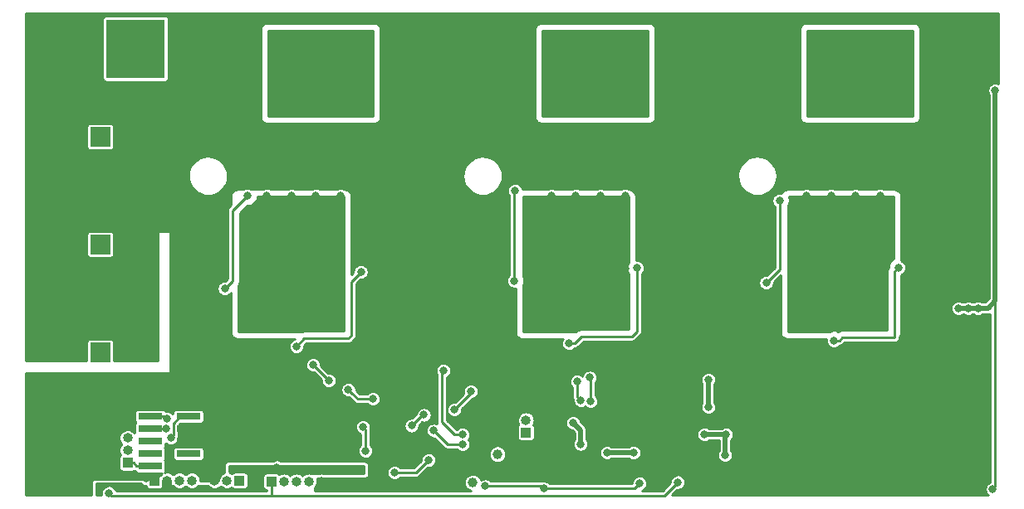
<source format=gbr>
G04 #@! TF.GenerationSoftware,KiCad,Pcbnew,(5.1.2)-2*
G04 #@! TF.CreationDate,2020-07-13T20:40:23+01:00*
G04 #@! TF.ProjectId,INV_Board,494e565f-426f-4617-9264-2e6b69636164,rev?*
G04 #@! TF.SameCoordinates,Original*
G04 #@! TF.FileFunction,Copper,L2,Bot*
G04 #@! TF.FilePolarity,Positive*
%FSLAX46Y46*%
G04 Gerber Fmt 4.6, Leading zero omitted, Abs format (unit mm)*
G04 Created by KiCad (PCBNEW (5.1.2)-2) date 2020-07-13 20:40:23*
%MOMM*%
%LPD*%
G04 APERTURE LIST*
%ADD10R,1.000000X1.000000*%
%ADD11O,1.000000X1.000000*%
%ADD12C,2.000000*%
%ADD13R,2.000000X2.000000*%
%ADD14C,5.999480*%
%ADD15R,5.999480X5.999480*%
%ADD16R,2.400000X0.740000*%
%ADD17C,1.000000*%
%ADD18O,1.700000X1.700000*%
%ADD19R,1.700000X1.700000*%
%ADD20O,1.900000X1.200000*%
%ADD21C,1.450000*%
%ADD22C,0.600000*%
%ADD23R,2.950000X4.900000*%
%ADD24C,0.800000*%
%ADD25C,0.250000*%
%ADD26C,0.500000*%
%ADD27C,0.254000*%
G04 APERTURE END LIST*
D10*
X91400000Y-71200000D03*
D11*
X91400000Y-69930000D03*
X91400000Y-68660000D03*
X57340000Y-76100000D03*
X56070000Y-76100000D03*
X54800000Y-76100000D03*
D10*
X53530000Y-76100000D03*
D11*
X70540000Y-76200000D03*
X69270000Y-76200000D03*
X68000000Y-76200000D03*
X66730000Y-76200000D03*
D10*
X65460000Y-76200000D03*
D12*
X43000000Y-63000000D03*
D13*
X48000000Y-63000000D03*
D12*
X43000000Y-52000000D03*
D13*
X48000000Y-52000000D03*
D12*
X43000000Y-41000000D03*
D13*
X48000000Y-41000000D03*
D14*
X44000000Y-32000000D03*
D15*
X51620000Y-32000000D03*
D16*
X53100000Y-74640000D03*
X57000000Y-74640000D03*
X53100000Y-73370000D03*
X57000000Y-73370000D03*
X53100000Y-72100000D03*
X57000000Y-72100000D03*
X53100000Y-70830000D03*
X57000000Y-70830000D03*
X53100000Y-69560000D03*
X57000000Y-69560000D03*
D17*
X88500000Y-73400000D03*
X86000000Y-76300000D03*
D11*
X59660000Y-76100000D03*
X60930000Y-76100000D03*
D10*
X62200000Y-76100000D03*
D11*
X50800000Y-70490000D03*
X50800000Y-71760000D03*
X50800000Y-73030000D03*
D10*
X50800000Y-74300000D03*
D18*
X70040000Y-60000000D03*
D19*
X67500000Y-60000000D03*
D18*
X99040000Y-59500000D03*
D19*
X96500000Y-59500000D03*
D18*
X125040000Y-59500000D03*
D19*
X122500000Y-59500000D03*
D20*
X41662500Y-76400000D03*
X41662500Y-69400000D03*
D21*
X44362500Y-75400000D03*
X44362500Y-70400000D03*
D22*
X134490000Y-72220000D03*
X134490000Y-73520000D03*
X135790000Y-73520000D03*
X135790000Y-72220000D03*
X134490000Y-76120000D03*
X134490000Y-74820000D03*
X135790000Y-74820000D03*
X135790000Y-76120000D03*
D23*
X135140000Y-74170000D03*
D24*
X121250000Y-55750000D03*
X123750000Y-55750000D03*
X126250000Y-55750000D03*
X126250000Y-53250000D03*
X123750000Y-53250000D03*
X121250000Y-53250000D03*
X121250000Y-50750000D03*
X123750000Y-50750000D03*
X126250000Y-50750000D03*
X126250000Y-48250000D03*
X124000000Y-48250000D03*
X121250000Y-48250000D03*
X95250000Y-55750000D03*
X97750000Y-55750000D03*
X100250000Y-55750000D03*
X100250000Y-53250000D03*
X97750000Y-53250000D03*
X95250000Y-53250000D03*
X95250000Y-50750000D03*
X97750000Y-50750000D03*
X100250000Y-50750000D03*
X100250000Y-48250000D03*
X97750000Y-48250000D03*
X95250000Y-48250000D03*
X66250000Y-55750000D03*
X68750000Y-55750000D03*
X71250000Y-55750000D03*
X71250000Y-53250000D03*
X68750000Y-53000000D03*
X66250000Y-53000000D03*
X66250000Y-50750000D03*
X68750000Y-50750000D03*
X71250000Y-50750000D03*
X71250000Y-48250000D03*
X68750000Y-48250000D03*
X66250000Y-48250000D03*
X79750000Y-38500000D03*
X136250000Y-40500000D03*
X133750000Y-40500000D03*
X133750000Y-38000000D03*
X107250000Y-40500000D03*
X109750000Y-40500000D03*
X107250000Y-38000000D03*
X82250000Y-41000000D03*
X69250000Y-36750000D03*
X74250000Y-36750000D03*
X71750000Y-36750000D03*
X66750000Y-36750000D03*
X69250000Y-34250000D03*
X74250000Y-34250000D03*
X71750000Y-34250000D03*
X66750000Y-34250000D03*
X74250000Y-34250000D03*
X74250000Y-31750000D03*
X71750000Y-31750000D03*
X69250000Y-31750000D03*
X66750000Y-31750000D03*
X129000000Y-36750000D03*
X126750000Y-36750000D03*
X124250000Y-36750000D03*
X121750000Y-36750000D03*
X121750000Y-34250000D03*
X124250000Y-34250000D03*
X126750000Y-34250000D03*
X129250000Y-34250000D03*
X129250000Y-31750000D03*
X126750000Y-31750000D03*
X124250000Y-31750000D03*
X121750000Y-31750000D03*
X102250000Y-36750000D03*
X99750000Y-36750000D03*
X97250000Y-36750000D03*
X94750000Y-36750000D03*
X94750000Y-34250000D03*
X97250000Y-34250000D03*
X99750000Y-34250000D03*
X102250000Y-34250000D03*
X102250000Y-31750000D03*
X99750000Y-31750000D03*
X97250000Y-31750000D03*
X94750000Y-31750000D03*
X79750000Y-70500000D03*
X99675000Y-73250000D03*
X71500000Y-75000000D03*
X73500000Y-75000000D03*
X48000000Y-76700000D03*
X68500000Y-75000000D03*
X81000000Y-69400000D03*
X96967367Y-72367367D03*
X102375021Y-73250000D03*
X66000000Y-74750000D03*
X55199988Y-71750344D03*
X96200000Y-70200000D03*
X135500000Y-66500000D03*
X136500000Y-66500000D03*
X137500000Y-66500000D03*
X137500000Y-65000000D03*
X136500000Y-65000000D03*
X135500000Y-65000000D03*
X134000000Y-67500000D03*
X72800000Y-76900000D03*
X132500000Y-43000000D03*
X137500000Y-43000000D03*
X132500000Y-38000000D03*
X135000000Y-40500000D03*
X135000000Y-38000000D03*
X132500000Y-40500000D03*
X135000000Y-43000000D03*
X137500000Y-40500000D03*
X106000000Y-43000000D03*
X111000000Y-43000000D03*
X106000000Y-38000000D03*
X108500000Y-40500000D03*
X108500000Y-38000000D03*
X106000000Y-40500000D03*
X108500000Y-43000000D03*
X111000000Y-40500000D03*
X78500000Y-43500000D03*
X83500000Y-43500000D03*
X78500000Y-38500000D03*
X83500000Y-38500000D03*
X81000000Y-41000000D03*
X81000000Y-38500000D03*
X78500000Y-41000000D03*
X81000000Y-43500000D03*
X83500000Y-41000000D03*
X82697312Y-73548519D03*
X98950000Y-71450000D03*
X78200000Y-66250000D03*
X64592500Y-64407500D03*
X91892500Y-63907500D03*
X119325732Y-63907500D03*
X79500000Y-71900000D03*
X96200000Y-75712494D03*
X89000000Y-75512478D03*
X137500000Y-38000000D03*
X111000000Y-38000000D03*
X107250000Y-39250000D03*
X109750000Y-39250000D03*
X109750000Y-41750000D03*
X107250000Y-41750000D03*
X133750000Y-39250000D03*
X136250000Y-39250000D03*
X136250000Y-41750000D03*
X133750000Y-41750000D03*
X79750000Y-39750000D03*
X82250000Y-39750000D03*
X82250000Y-42250000D03*
X79750000Y-42250000D03*
X107500000Y-75250000D03*
X108200000Y-72600000D03*
X131000000Y-72000000D03*
X129000000Y-67700011D03*
X52662662Y-75862662D03*
X102250000Y-75750000D03*
X59660000Y-74840000D03*
X119800000Y-73200000D03*
X108400000Y-68800000D03*
X106600000Y-71000000D03*
X119200000Y-68800000D03*
X112600000Y-76200000D03*
X114600000Y-73200000D03*
X114000000Y-68800000D03*
X69600000Y-66800000D03*
X73700000Y-65899998D03*
X62800000Y-73200000D03*
X58800000Y-70270065D03*
X78500000Y-39750000D03*
X81000000Y-39750000D03*
X83500000Y-39750000D03*
X79750000Y-41000000D03*
X78500000Y-42250000D03*
X81000000Y-42250000D03*
X83500000Y-42250000D03*
X82250000Y-43500000D03*
X79750000Y-43500000D03*
X106000000Y-39250000D03*
X108500000Y-39250000D03*
X109750000Y-38000000D03*
X111000000Y-39250000D03*
X106000000Y-41750000D03*
X108500000Y-41750000D03*
X111000000Y-41750000D03*
X109750000Y-43000000D03*
X107250000Y-43000000D03*
X132500000Y-39250000D03*
X136250000Y-38000000D03*
X137500000Y-39250000D03*
X135000000Y-39250000D03*
X132500000Y-41750000D03*
X135000000Y-41750000D03*
X137500000Y-41750000D03*
X133750000Y-43000000D03*
X136250000Y-43000000D03*
X82250000Y-38500000D03*
X93500000Y-35500000D03*
X98500000Y-38000000D03*
X96000000Y-38000000D03*
X101000000Y-30500000D03*
X98500000Y-33000000D03*
X96000000Y-33000000D03*
X93500000Y-38000000D03*
X103500000Y-33000000D03*
X101000000Y-35500000D03*
X93500000Y-33000000D03*
X101000000Y-33000000D03*
X103500000Y-30500000D03*
X93500000Y-30500000D03*
X96000000Y-35500000D03*
X96000000Y-30500000D03*
X98500000Y-35500000D03*
X101000000Y-38000000D03*
X120500000Y-35500000D03*
X125500000Y-38000000D03*
X123000000Y-38000000D03*
X128000000Y-30500000D03*
X125500000Y-33000000D03*
X123000000Y-33000000D03*
X120500000Y-38000000D03*
X130500000Y-33000000D03*
X128000000Y-35500000D03*
X120500000Y-33000000D03*
X128000000Y-33000000D03*
X130500000Y-30500000D03*
X120500000Y-30500000D03*
X123000000Y-35500000D03*
X123000000Y-30500000D03*
X125500000Y-35500000D03*
X128000000Y-38000000D03*
X125500000Y-30500000D03*
X130500000Y-35500000D03*
X98500000Y-30500000D03*
X103500000Y-35500000D03*
X70500000Y-33000000D03*
X68000000Y-33000000D03*
X68000000Y-30500000D03*
X70500000Y-30500000D03*
X73000000Y-30500000D03*
X73000000Y-33000000D03*
X73000000Y-35500000D03*
X70500000Y-35500000D03*
X68000000Y-35500000D03*
X65500000Y-35500000D03*
X65500000Y-33000000D03*
X65500000Y-30500000D03*
X75500000Y-30500000D03*
X75500000Y-33000000D03*
X75500000Y-35500000D03*
X65500000Y-38000000D03*
X68000000Y-38000000D03*
X70500000Y-38000000D03*
X73000000Y-38000000D03*
X75000000Y-38000000D03*
X139250000Y-36250000D03*
X137500000Y-58500000D03*
X135500000Y-58500000D03*
X136500000Y-58500000D03*
X103000000Y-38000000D03*
X129750000Y-38000000D03*
X139000000Y-77000000D03*
X97000000Y-67900014D03*
X96607625Y-65999963D03*
X84922345Y-71412159D03*
X82985632Y-64864851D03*
X125000000Y-52000000D03*
X122500000Y-47000000D03*
X125000000Y-57000000D03*
X122500000Y-57000000D03*
X120000000Y-57000000D03*
X120000000Y-54500000D03*
X122500000Y-52000000D03*
X122500000Y-54500000D03*
X127500000Y-47000000D03*
X127500000Y-54500000D03*
X120000000Y-52000000D03*
X127500000Y-49500000D03*
X120000000Y-47000000D03*
X127500000Y-52000000D03*
X127500000Y-57000000D03*
X122500000Y-49500000D03*
X120000000Y-49500000D03*
X125000000Y-47000000D03*
X125000000Y-54500000D03*
X125000000Y-49500000D03*
X99000000Y-52000000D03*
X96500000Y-47000000D03*
X99000000Y-57000000D03*
X96500000Y-57000000D03*
X94000000Y-57000000D03*
X94000000Y-54500000D03*
X96500000Y-52000000D03*
X96500000Y-54500000D03*
X101500000Y-47000000D03*
X101500000Y-54500000D03*
X94000000Y-52000000D03*
X101500000Y-49500000D03*
X94000000Y-47000000D03*
X101500000Y-52000000D03*
X101500000Y-57000000D03*
X96500000Y-49500000D03*
X94000000Y-49500000D03*
X99000000Y-47000000D03*
X99000000Y-54500000D03*
X99000000Y-49500000D03*
X72500000Y-57000000D03*
X67500000Y-49500000D03*
X65000000Y-52000000D03*
X70000000Y-52000000D03*
X65000000Y-49500000D03*
X70000000Y-54500000D03*
X70000000Y-47000000D03*
X72500000Y-49500000D03*
X70000000Y-57000000D03*
X70000000Y-49500000D03*
X65000000Y-57000000D03*
X67500000Y-47000000D03*
X67500000Y-57000000D03*
X65000000Y-54500000D03*
X72500000Y-54500000D03*
X67500000Y-54500000D03*
X65000000Y-47000000D03*
X72500000Y-52000000D03*
X67500000Y-52000000D03*
X72500000Y-47000000D03*
X84108974Y-68875004D03*
X85787340Y-66987340D03*
X97992467Y-68022609D03*
X97926355Y-65579701D03*
X69700000Y-64300000D03*
X75800000Y-67775000D03*
X84952676Y-72411711D03*
X82000000Y-71000000D03*
X71296614Y-65896614D03*
X73293857Y-66813823D03*
X54803827Y-69775828D03*
X54749977Y-70800000D03*
X78000000Y-75300000D03*
X81500000Y-74000000D03*
X87253016Y-76671243D03*
X103005698Y-76404938D03*
X93250000Y-76924974D03*
X115900000Y-55900000D03*
X117250000Y-47500000D03*
X122800000Y-61800000D03*
X129385002Y-54358579D03*
X90200000Y-55700000D03*
X90300000Y-46500000D03*
X95800000Y-62100000D03*
X102700000Y-54400000D03*
X60700000Y-56500000D03*
X63000000Y-47000000D03*
X68000000Y-62400000D03*
X74585082Y-54800000D03*
X75062653Y-73062653D03*
X74800000Y-70613378D03*
X106900000Y-76275000D03*
X48900000Y-77375000D03*
X111800000Y-71400000D03*
X111700000Y-73500000D03*
X109600000Y-71400000D03*
X110000000Y-68600044D03*
X110000000Y-65800004D03*
D25*
X79750000Y-70500000D02*
X80850000Y-69400000D01*
X80850000Y-69400000D02*
X81000000Y-69400000D01*
D26*
X99675000Y-73250000D02*
X102375021Y-73250000D01*
D25*
X55474999Y-70255001D02*
X55474999Y-71475333D01*
X56170000Y-69560000D02*
X55474999Y-70255001D01*
X55474999Y-71475333D02*
X55199988Y-71750344D01*
X57000000Y-69560000D02*
X56170000Y-69560000D01*
D26*
X96967367Y-72367367D02*
X96967367Y-70967367D01*
X96599999Y-70599999D02*
X96200000Y-70200000D01*
X96967367Y-70967367D02*
X96599999Y-70599999D01*
X139250000Y-36250000D02*
X139250000Y-57750000D01*
D25*
X139250000Y-57750000D02*
X139250000Y-76750000D01*
X139250000Y-76750000D02*
X139000000Y-77000000D01*
D26*
X135500000Y-58500000D02*
X136500000Y-58500000D01*
X136500000Y-58500000D02*
X137500000Y-58500000D01*
X138500000Y-58500000D02*
X139250000Y-57750000D01*
X137500000Y-58500000D02*
X138500000Y-58500000D01*
D25*
X96607625Y-67507639D02*
X97000000Y-67900014D01*
X96607625Y-65999963D02*
X96607625Y-67507639D01*
X82800000Y-70100000D02*
X82800000Y-65050483D01*
X82800000Y-65050483D02*
X82985632Y-64864851D01*
X84922345Y-71412159D02*
X84112159Y-71412159D01*
X84112159Y-71412159D02*
X82800000Y-70100000D01*
X84108974Y-68875004D02*
X85787340Y-67196638D01*
X85787340Y-67196638D02*
X85787340Y-66987340D01*
X97992467Y-68022609D02*
X97992467Y-65645813D01*
X97992467Y-65645813D02*
X97926355Y-65579701D01*
X84952676Y-72411711D02*
X83411711Y-72411711D01*
X83411711Y-72411711D02*
X82000000Y-71000000D01*
X69700000Y-64300000D02*
X71296614Y-65896614D01*
X74255034Y-67775000D02*
X73693856Y-67213822D01*
X75800000Y-67775000D02*
X74255034Y-67775000D01*
X73693856Y-67213822D02*
X73293857Y-66813823D01*
X54587999Y-69560000D02*
X54803827Y-69775828D01*
X53100000Y-69560000D02*
X54587999Y-69560000D01*
X54719977Y-70830000D02*
X54749977Y-70800000D01*
X53100000Y-70830000D02*
X54719977Y-70830000D01*
X80200000Y-75300000D02*
X81500000Y-74000000D01*
X78000000Y-75300000D02*
X80200000Y-75300000D01*
X53060000Y-74600000D02*
X53100000Y-74640000D01*
X51700000Y-74600000D02*
X53060000Y-74600000D01*
X50800000Y-74300000D02*
X51400000Y-74300000D01*
X51400000Y-74300000D02*
X51700000Y-74600000D01*
X93815685Y-76924974D02*
X93250000Y-76924974D01*
X92996269Y-76671243D02*
X93250000Y-76924974D01*
X87253016Y-76671243D02*
X92996269Y-76671243D01*
X102485662Y-76924974D02*
X93815685Y-76924974D01*
X103005698Y-76404938D02*
X102485662Y-76924974D01*
X117250000Y-54550000D02*
X117250000Y-47500000D01*
X115900000Y-55900000D02*
X117250000Y-54550000D01*
X129000000Y-54743581D02*
X129385002Y-54358579D01*
X129000000Y-61500000D02*
X129000000Y-54743581D01*
X123665685Y-61500000D02*
X129000000Y-61500000D01*
X122800000Y-61800000D02*
X123365685Y-61800000D01*
X123365685Y-61800000D02*
X123665685Y-61500000D01*
X90200000Y-55700000D02*
X90200000Y-46600000D01*
X90200000Y-46600000D02*
X90300000Y-46500000D01*
X96365685Y-62100000D02*
X97065685Y-61400000D01*
X95800000Y-62100000D02*
X96365685Y-62100000D01*
X97065685Y-61400000D02*
X102200000Y-61400000D01*
X102200000Y-61400000D02*
X102700000Y-60900000D01*
X102700000Y-60900000D02*
X102700000Y-54400000D01*
X61500000Y-48500000D02*
X63000000Y-47000000D01*
X60700000Y-56500000D02*
X61500000Y-55700000D01*
X61500000Y-55700000D02*
X61500000Y-48500000D01*
X73600000Y-55785082D02*
X74585082Y-54800000D01*
X73600000Y-61300000D02*
X73600000Y-55785082D01*
X73300000Y-61600000D02*
X73600000Y-61300000D01*
X68000000Y-62400000D02*
X68800000Y-61600000D01*
X68800000Y-61600000D02*
X73300000Y-61600000D01*
X75062653Y-70876031D02*
X74800000Y-70613378D01*
X75062653Y-73062653D02*
X75062653Y-70876031D01*
X49174990Y-77649990D02*
X48900000Y-77375000D01*
X65460000Y-77589980D02*
X65399990Y-77649990D01*
X65460000Y-76200000D02*
X65460000Y-77589980D01*
X65399990Y-77649990D02*
X49174990Y-77649990D01*
D26*
X109600000Y-71400000D02*
X109600000Y-71400000D01*
X111700000Y-71500000D02*
X111800000Y-71400000D01*
X111700000Y-73500000D02*
X111700000Y-71500000D01*
X109600000Y-71400000D02*
X111800000Y-71400000D01*
D25*
X105525010Y-77649990D02*
X65399990Y-77649990D01*
X106900000Y-76275000D02*
X105525010Y-77649990D01*
D26*
X110000000Y-68600044D02*
X110000000Y-65800004D01*
D27*
G36*
X139598000Y-35553127D02*
G01*
X139476643Y-35502859D01*
X139326528Y-35473000D01*
X139173472Y-35473000D01*
X139023357Y-35502859D01*
X138881952Y-35561431D01*
X138754691Y-35646464D01*
X138646464Y-35754691D01*
X138561431Y-35881952D01*
X138502859Y-36023357D01*
X138473000Y-36173472D01*
X138473000Y-36326528D01*
X138502859Y-36476643D01*
X138561431Y-36618048D01*
X138623000Y-36710193D01*
X138623001Y-57490287D01*
X138240289Y-57873000D01*
X137960193Y-57873000D01*
X137868048Y-57811431D01*
X137726643Y-57752859D01*
X137576528Y-57723000D01*
X137423472Y-57723000D01*
X137273357Y-57752859D01*
X137131952Y-57811431D01*
X137039807Y-57873000D01*
X136960193Y-57873000D01*
X136868048Y-57811431D01*
X136726643Y-57752859D01*
X136576528Y-57723000D01*
X136423472Y-57723000D01*
X136273357Y-57752859D01*
X136131952Y-57811431D01*
X136039807Y-57873000D01*
X135960193Y-57873000D01*
X135868048Y-57811431D01*
X135726643Y-57752859D01*
X135576528Y-57723000D01*
X135423472Y-57723000D01*
X135273357Y-57752859D01*
X135131952Y-57811431D01*
X135004691Y-57896464D01*
X134896464Y-58004691D01*
X134811431Y-58131952D01*
X134752859Y-58273357D01*
X134723000Y-58423472D01*
X134723000Y-58576528D01*
X134752859Y-58726643D01*
X134811431Y-58868048D01*
X134896464Y-58995309D01*
X135004691Y-59103536D01*
X135131952Y-59188569D01*
X135273357Y-59247141D01*
X135423472Y-59277000D01*
X135576528Y-59277000D01*
X135726643Y-59247141D01*
X135868048Y-59188569D01*
X135960193Y-59127000D01*
X136039807Y-59127000D01*
X136131952Y-59188569D01*
X136273357Y-59247141D01*
X136423472Y-59277000D01*
X136576528Y-59277000D01*
X136726643Y-59247141D01*
X136868048Y-59188569D01*
X136960193Y-59127000D01*
X137039807Y-59127000D01*
X137131952Y-59188569D01*
X137273357Y-59247141D01*
X137423472Y-59277000D01*
X137576528Y-59277000D01*
X137726643Y-59247141D01*
X137868048Y-59188569D01*
X137960193Y-59127000D01*
X138469206Y-59127000D01*
X138500000Y-59130033D01*
X138530794Y-59127000D01*
X138622913Y-59117927D01*
X138741103Y-59082075D01*
X138748000Y-59078388D01*
X138748001Y-76263362D01*
X138631952Y-76311431D01*
X138504691Y-76396464D01*
X138396464Y-76504691D01*
X138311431Y-76631952D01*
X138252859Y-76773357D01*
X138223000Y-76923472D01*
X138223000Y-77076528D01*
X138252859Y-77226643D01*
X138311431Y-77368048D01*
X138396464Y-77495309D01*
X138499155Y-77598000D01*
X106286934Y-77598000D01*
X106832935Y-77052000D01*
X106976528Y-77052000D01*
X107126643Y-77022141D01*
X107268048Y-76963569D01*
X107395309Y-76878536D01*
X107503536Y-76770309D01*
X107588569Y-76643048D01*
X107647141Y-76501643D01*
X107677000Y-76351528D01*
X107677000Y-76198472D01*
X107647141Y-76048357D01*
X107588569Y-75906952D01*
X107503536Y-75779691D01*
X107395309Y-75671464D01*
X107268048Y-75586431D01*
X107126643Y-75527859D01*
X106976528Y-75498000D01*
X106823472Y-75498000D01*
X106673357Y-75527859D01*
X106531952Y-75586431D01*
X106404691Y-75671464D01*
X106296464Y-75779691D01*
X106211431Y-75906952D01*
X106152859Y-76048357D01*
X106123000Y-76198472D01*
X106123000Y-76342065D01*
X105317076Y-77147990D01*
X103242213Y-77147990D01*
X103373746Y-77093507D01*
X103501007Y-77008474D01*
X103609234Y-76900247D01*
X103694267Y-76772986D01*
X103752839Y-76631581D01*
X103782698Y-76481466D01*
X103782698Y-76328410D01*
X103752839Y-76178295D01*
X103694267Y-76036890D01*
X103609234Y-75909629D01*
X103501007Y-75801402D01*
X103373746Y-75716369D01*
X103232341Y-75657797D01*
X103082226Y-75627938D01*
X102929170Y-75627938D01*
X102779055Y-75657797D01*
X102637650Y-75716369D01*
X102510389Y-75801402D01*
X102402162Y-75909629D01*
X102317129Y-76036890D01*
X102258557Y-76178295D01*
X102228698Y-76328410D01*
X102228698Y-76422974D01*
X93846845Y-76422974D01*
X93745309Y-76321438D01*
X93618048Y-76236405D01*
X93476643Y-76177833D01*
X93326528Y-76147974D01*
X93173472Y-76147974D01*
X93051435Y-76172248D01*
X93020922Y-76169243D01*
X93020912Y-76169243D01*
X92996269Y-76166816D01*
X92971626Y-76169243D01*
X87849861Y-76169243D01*
X87748325Y-76067707D01*
X87621064Y-75982674D01*
X87479659Y-75924102D01*
X87329544Y-75894243D01*
X87176488Y-75894243D01*
X87026373Y-75924102D01*
X86884968Y-75982674D01*
X86832373Y-76017817D01*
X86777187Y-75884585D01*
X86681210Y-75740945D01*
X86559055Y-75618790D01*
X86415415Y-75522813D01*
X86255811Y-75456703D01*
X86086377Y-75423000D01*
X85913623Y-75423000D01*
X85744189Y-75456703D01*
X85584585Y-75522813D01*
X85440945Y-75618790D01*
X85318790Y-75740945D01*
X85222813Y-75884585D01*
X85156703Y-76044189D01*
X85123000Y-76213623D01*
X85123000Y-76386377D01*
X85156703Y-76555811D01*
X85222813Y-76715415D01*
X85318790Y-76859055D01*
X85440945Y-76981210D01*
X85584585Y-77077187D01*
X85744189Y-77143297D01*
X85767782Y-77147990D01*
X69877000Y-77147990D01*
X69877000Y-76836373D01*
X69893133Y-76823133D01*
X70002727Y-76689592D01*
X70084162Y-76537237D01*
X70134310Y-76371922D01*
X70151243Y-76200000D01*
X70134310Y-76028078D01*
X70088481Y-75877000D01*
X75000000Y-75877000D01*
X75073549Y-75869756D01*
X75144272Y-75848303D01*
X75209450Y-75813464D01*
X75266579Y-75766579D01*
X75313464Y-75709450D01*
X75348303Y-75644272D01*
X75369756Y-75573549D01*
X75377000Y-75500000D01*
X75377000Y-75223472D01*
X77223000Y-75223472D01*
X77223000Y-75376528D01*
X77252859Y-75526643D01*
X77311431Y-75668048D01*
X77396464Y-75795309D01*
X77504691Y-75903536D01*
X77631952Y-75988569D01*
X77773357Y-76047141D01*
X77923472Y-76077000D01*
X78076528Y-76077000D01*
X78226643Y-76047141D01*
X78368048Y-75988569D01*
X78495309Y-75903536D01*
X78596845Y-75802000D01*
X80175357Y-75802000D01*
X80200000Y-75804427D01*
X80224643Y-75802000D01*
X80224653Y-75802000D01*
X80298409Y-75794736D01*
X80393036Y-75766031D01*
X80480245Y-75719417D01*
X80556684Y-75656684D01*
X80572401Y-75637533D01*
X81432935Y-74777000D01*
X81576528Y-74777000D01*
X81726643Y-74747141D01*
X81868048Y-74688569D01*
X81995309Y-74603536D01*
X82103536Y-74495309D01*
X82188569Y-74368048D01*
X82247141Y-74226643D01*
X82277000Y-74076528D01*
X82277000Y-73923472D01*
X82247141Y-73773357D01*
X82188569Y-73631952D01*
X82103536Y-73504691D01*
X81995309Y-73396464D01*
X81871329Y-73313623D01*
X87623000Y-73313623D01*
X87623000Y-73486377D01*
X87656703Y-73655811D01*
X87722813Y-73815415D01*
X87818790Y-73959055D01*
X87940945Y-74081210D01*
X88084585Y-74177187D01*
X88244189Y-74243297D01*
X88413623Y-74277000D01*
X88586377Y-74277000D01*
X88755811Y-74243297D01*
X88915415Y-74177187D01*
X89059055Y-74081210D01*
X89181210Y-73959055D01*
X89277187Y-73815415D01*
X89343297Y-73655811D01*
X89377000Y-73486377D01*
X89377000Y-73313623D01*
X89349122Y-73173472D01*
X98898000Y-73173472D01*
X98898000Y-73326528D01*
X98927859Y-73476643D01*
X98986431Y-73618048D01*
X99071464Y-73745309D01*
X99179691Y-73853536D01*
X99306952Y-73938569D01*
X99448357Y-73997141D01*
X99598472Y-74027000D01*
X99751528Y-74027000D01*
X99901643Y-73997141D01*
X100043048Y-73938569D01*
X100135193Y-73877000D01*
X101914828Y-73877000D01*
X102006973Y-73938569D01*
X102148378Y-73997141D01*
X102298493Y-74027000D01*
X102451549Y-74027000D01*
X102601664Y-73997141D01*
X102743069Y-73938569D01*
X102870330Y-73853536D01*
X102978557Y-73745309D01*
X103063590Y-73618048D01*
X103122162Y-73476643D01*
X103152021Y-73326528D01*
X103152021Y-73173472D01*
X103122162Y-73023357D01*
X103063590Y-72881952D01*
X102978557Y-72754691D01*
X102870330Y-72646464D01*
X102743069Y-72561431D01*
X102601664Y-72502859D01*
X102451549Y-72473000D01*
X102298493Y-72473000D01*
X102148378Y-72502859D01*
X102006973Y-72561431D01*
X101914828Y-72623000D01*
X100135193Y-72623000D01*
X100043048Y-72561431D01*
X99901643Y-72502859D01*
X99751528Y-72473000D01*
X99598472Y-72473000D01*
X99448357Y-72502859D01*
X99306952Y-72561431D01*
X99179691Y-72646464D01*
X99071464Y-72754691D01*
X98986431Y-72881952D01*
X98927859Y-73023357D01*
X98898000Y-73173472D01*
X89349122Y-73173472D01*
X89343297Y-73144189D01*
X89277187Y-72984585D01*
X89181210Y-72840945D01*
X89059055Y-72718790D01*
X88915415Y-72622813D01*
X88755811Y-72556703D01*
X88586377Y-72523000D01*
X88413623Y-72523000D01*
X88244189Y-72556703D01*
X88084585Y-72622813D01*
X87940945Y-72718790D01*
X87818790Y-72840945D01*
X87722813Y-72984585D01*
X87656703Y-73144189D01*
X87623000Y-73313623D01*
X81871329Y-73313623D01*
X81868048Y-73311431D01*
X81726643Y-73252859D01*
X81576528Y-73223000D01*
X81423472Y-73223000D01*
X81273357Y-73252859D01*
X81131952Y-73311431D01*
X81004691Y-73396464D01*
X80896464Y-73504691D01*
X80811431Y-73631952D01*
X80752859Y-73773357D01*
X80723000Y-73923472D01*
X80723000Y-74067065D01*
X79992066Y-74798000D01*
X78596845Y-74798000D01*
X78495309Y-74696464D01*
X78368048Y-74611431D01*
X78226643Y-74552859D01*
X78076528Y-74523000D01*
X77923472Y-74523000D01*
X77773357Y-74552859D01*
X77631952Y-74611431D01*
X77504691Y-74696464D01*
X77396464Y-74804691D01*
X77311431Y-74931952D01*
X77252859Y-75073357D01*
X77223000Y-75223472D01*
X75377000Y-75223472D01*
X75377000Y-74500000D01*
X75369756Y-74426451D01*
X75348303Y-74355728D01*
X75313464Y-74290550D01*
X75266579Y-74233421D01*
X75209450Y-74186536D01*
X75144272Y-74151697D01*
X75073549Y-74130244D01*
X75000000Y-74123000D01*
X66460193Y-74123000D01*
X66368048Y-74061431D01*
X66226643Y-74002859D01*
X66076528Y-73973000D01*
X65923472Y-73973000D01*
X65773357Y-74002859D01*
X65631952Y-74061431D01*
X65539807Y-74123000D01*
X61000000Y-74123000D01*
X60926451Y-74130244D01*
X60855728Y-74151697D01*
X60790550Y-74186536D01*
X60733421Y-74233421D01*
X60686536Y-74290550D01*
X60651697Y-74355728D01*
X60630244Y-74426451D01*
X60623000Y-74500000D01*
X60623000Y-75276666D01*
X60592763Y-75285838D01*
X60440408Y-75367273D01*
X60306867Y-75476867D01*
X60197273Y-75610408D01*
X60115838Y-75762763D01*
X60065690Y-75928078D01*
X60048757Y-76100000D01*
X60051022Y-76123000D01*
X58218978Y-76123000D01*
X58221243Y-76100000D01*
X58204310Y-75928078D01*
X58154162Y-75762763D01*
X58072727Y-75610408D01*
X57963133Y-75476867D01*
X57829592Y-75367273D01*
X57677237Y-75285838D01*
X57511922Y-75235690D01*
X57383079Y-75223000D01*
X57296921Y-75223000D01*
X57168078Y-75235690D01*
X57002763Y-75285838D01*
X56850408Y-75367273D01*
X56716867Y-75476867D01*
X56705000Y-75491327D01*
X56693133Y-75476867D01*
X56559592Y-75367273D01*
X56407237Y-75285838D01*
X56241922Y-75235690D01*
X56113079Y-75223000D01*
X56026921Y-75223000D01*
X55898078Y-75235690D01*
X55732763Y-75285838D01*
X55580408Y-75367273D01*
X55446867Y-75476867D01*
X55435000Y-75491327D01*
X55423133Y-75476867D01*
X55289592Y-75367273D01*
X55137237Y-75285838D01*
X54971922Y-75235690D01*
X54843079Y-75223000D01*
X54756921Y-75223000D01*
X54628078Y-75235690D01*
X54594001Y-75246027D01*
X54614981Y-75220463D01*
X54649988Y-75154970D01*
X54671545Y-75083905D01*
X54678824Y-75010000D01*
X54678824Y-74270000D01*
X54671545Y-74196095D01*
X54649988Y-74125030D01*
X54614981Y-74059537D01*
X54570224Y-74005000D01*
X54614981Y-73950463D01*
X54649988Y-73884970D01*
X54671545Y-73813905D01*
X54678824Y-73740000D01*
X54678824Y-73000000D01*
X55421176Y-73000000D01*
X55421176Y-73740000D01*
X55428455Y-73813905D01*
X55450012Y-73884970D01*
X55485019Y-73950463D01*
X55532131Y-74007869D01*
X55589537Y-74054981D01*
X55655030Y-74089988D01*
X55726095Y-74111545D01*
X55800000Y-74118824D01*
X58200000Y-74118824D01*
X58273905Y-74111545D01*
X58344970Y-74089988D01*
X58410463Y-74054981D01*
X58467869Y-74007869D01*
X58514981Y-73950463D01*
X58549988Y-73884970D01*
X58571545Y-73813905D01*
X58578824Y-73740000D01*
X58578824Y-73000000D01*
X58571545Y-72926095D01*
X58549988Y-72855030D01*
X58514981Y-72789537D01*
X58467869Y-72732131D01*
X58410463Y-72685019D01*
X58344970Y-72650012D01*
X58273905Y-72628455D01*
X58200000Y-72621176D01*
X55800000Y-72621176D01*
X55726095Y-72628455D01*
X55655030Y-72650012D01*
X55589537Y-72685019D01*
X55532131Y-72732131D01*
X55485019Y-72789537D01*
X55450012Y-72855030D01*
X55428455Y-72926095D01*
X55421176Y-73000000D01*
X54678824Y-73000000D01*
X54671545Y-72926095D01*
X54649988Y-72855030D01*
X54614981Y-72789537D01*
X54570224Y-72735000D01*
X54614981Y-72680463D01*
X54649988Y-72614970D01*
X54671545Y-72543905D01*
X54678824Y-72470000D01*
X54678824Y-72328025D01*
X54704679Y-72353880D01*
X54831940Y-72438913D01*
X54973345Y-72497485D01*
X55123460Y-72527344D01*
X55276516Y-72527344D01*
X55426631Y-72497485D01*
X55568036Y-72438913D01*
X55695297Y-72353880D01*
X55803524Y-72245653D01*
X55888557Y-72118392D01*
X55947129Y-71976987D01*
X55976988Y-71826872D01*
X55976988Y-71673816D01*
X55962093Y-71598933D01*
X55969735Y-71573742D01*
X55976999Y-71499986D01*
X55976999Y-71499977D01*
X55979426Y-71475334D01*
X55976999Y-71450691D01*
X55976999Y-70536850D01*
X74023000Y-70536850D01*
X74023000Y-70689906D01*
X74052859Y-70840021D01*
X74111431Y-70981426D01*
X74196464Y-71108687D01*
X74304691Y-71216914D01*
X74431952Y-71301947D01*
X74560654Y-71355257D01*
X74560653Y-72465808D01*
X74459117Y-72567344D01*
X74374084Y-72694605D01*
X74315512Y-72836010D01*
X74285653Y-72986125D01*
X74285653Y-73139181D01*
X74315512Y-73289296D01*
X74374084Y-73430701D01*
X74459117Y-73557962D01*
X74567344Y-73666189D01*
X74694605Y-73751222D01*
X74836010Y-73809794D01*
X74986125Y-73839653D01*
X75139181Y-73839653D01*
X75289296Y-73809794D01*
X75430701Y-73751222D01*
X75557962Y-73666189D01*
X75666189Y-73557962D01*
X75751222Y-73430701D01*
X75809794Y-73289296D01*
X75839653Y-73139181D01*
X75839653Y-72986125D01*
X75809794Y-72836010D01*
X75751222Y-72694605D01*
X75666189Y-72567344D01*
X75564653Y-72465808D01*
X75564653Y-70900673D01*
X75567080Y-70876030D01*
X75564653Y-70851387D01*
X75564653Y-70851378D01*
X75558106Y-70784897D01*
X75577000Y-70689906D01*
X75577000Y-70536850D01*
X75554449Y-70423472D01*
X78973000Y-70423472D01*
X78973000Y-70576528D01*
X79002859Y-70726643D01*
X79061431Y-70868048D01*
X79146464Y-70995309D01*
X79254691Y-71103536D01*
X79381952Y-71188569D01*
X79523357Y-71247141D01*
X79673472Y-71277000D01*
X79826528Y-71277000D01*
X79976643Y-71247141D01*
X80118048Y-71188569D01*
X80245309Y-71103536D01*
X80353536Y-70995309D01*
X80401535Y-70923472D01*
X81223000Y-70923472D01*
X81223000Y-71076528D01*
X81252859Y-71226643D01*
X81311431Y-71368048D01*
X81396464Y-71495309D01*
X81504691Y-71603536D01*
X81631952Y-71688569D01*
X81773357Y-71747141D01*
X81923472Y-71777000D01*
X82067065Y-71777000D01*
X83039318Y-72749254D01*
X83055027Y-72768395D01*
X83074167Y-72784103D01*
X83074175Y-72784111D01*
X83117892Y-72819988D01*
X83131466Y-72831128D01*
X83218675Y-72877742D01*
X83313302Y-72906447D01*
X83387058Y-72913711D01*
X83387068Y-72913711D01*
X83411711Y-72916138D01*
X83436354Y-72913711D01*
X84355831Y-72913711D01*
X84457367Y-73015247D01*
X84584628Y-73100280D01*
X84726033Y-73158852D01*
X84876148Y-73188711D01*
X85029204Y-73188711D01*
X85179319Y-73158852D01*
X85320724Y-73100280D01*
X85447985Y-73015247D01*
X85556212Y-72907020D01*
X85641245Y-72779759D01*
X85699817Y-72638354D01*
X85729676Y-72488239D01*
X85729676Y-72335183D01*
X85699817Y-72185068D01*
X85641245Y-72043663D01*
X85556212Y-71916402D01*
X85534451Y-71894641D01*
X85610914Y-71780207D01*
X85669486Y-71638802D01*
X85699345Y-71488687D01*
X85699345Y-71335631D01*
X85669486Y-71185516D01*
X85610914Y-71044111D01*
X85525881Y-70916850D01*
X85417654Y-70808623D01*
X85290393Y-70723590D01*
X85148988Y-70665018D01*
X84998873Y-70635159D01*
X84845817Y-70635159D01*
X84695702Y-70665018D01*
X84554297Y-70723590D01*
X84427036Y-70808623D01*
X84325500Y-70910159D01*
X84320094Y-70910159D01*
X83339935Y-69930000D01*
X90518757Y-69930000D01*
X90535690Y-70101922D01*
X90585838Y-70267237D01*
X90661217Y-70408261D01*
X90632131Y-70432131D01*
X90585019Y-70489537D01*
X90550012Y-70555030D01*
X90528455Y-70626095D01*
X90521176Y-70700000D01*
X90521176Y-71700000D01*
X90528455Y-71773905D01*
X90550012Y-71844970D01*
X90585019Y-71910463D01*
X90632131Y-71967869D01*
X90689537Y-72014981D01*
X90755030Y-72049988D01*
X90826095Y-72071545D01*
X90900000Y-72078824D01*
X91900000Y-72078824D01*
X91973905Y-72071545D01*
X92044970Y-72049988D01*
X92110463Y-72014981D01*
X92167869Y-71967869D01*
X92214981Y-71910463D01*
X92249988Y-71844970D01*
X92271545Y-71773905D01*
X92278824Y-71700000D01*
X92278824Y-70700000D01*
X92271545Y-70626095D01*
X92249988Y-70555030D01*
X92214981Y-70489537D01*
X92167869Y-70432131D01*
X92138783Y-70408261D01*
X92214162Y-70267237D01*
X92257772Y-70123472D01*
X95423000Y-70123472D01*
X95423000Y-70276528D01*
X95452859Y-70426643D01*
X95511431Y-70568048D01*
X95596464Y-70695309D01*
X95704691Y-70803536D01*
X95831952Y-70888569D01*
X95973357Y-70947141D01*
X96082050Y-70968761D01*
X96340368Y-71227079D01*
X96340367Y-71907174D01*
X96278798Y-71999319D01*
X96220226Y-72140724D01*
X96190367Y-72290839D01*
X96190367Y-72443895D01*
X96220226Y-72594010D01*
X96278798Y-72735415D01*
X96363831Y-72862676D01*
X96472058Y-72970903D01*
X96599319Y-73055936D01*
X96740724Y-73114508D01*
X96890839Y-73144367D01*
X97043895Y-73144367D01*
X97194010Y-73114508D01*
X97335415Y-73055936D01*
X97462676Y-72970903D01*
X97570903Y-72862676D01*
X97655936Y-72735415D01*
X97714508Y-72594010D01*
X97744367Y-72443895D01*
X97744367Y-72290839D01*
X97714508Y-72140724D01*
X97655936Y-71999319D01*
X97594367Y-71907174D01*
X97594367Y-71323472D01*
X108823000Y-71323472D01*
X108823000Y-71476528D01*
X108852859Y-71626643D01*
X108911431Y-71768048D01*
X108996464Y-71895309D01*
X109104691Y-72003536D01*
X109231952Y-72088569D01*
X109373357Y-72147141D01*
X109523472Y-72177000D01*
X109676528Y-72177000D01*
X109826643Y-72147141D01*
X109968048Y-72088569D01*
X110060193Y-72027000D01*
X111073001Y-72027000D01*
X111073000Y-73039807D01*
X111011431Y-73131952D01*
X110952859Y-73273357D01*
X110923000Y-73423472D01*
X110923000Y-73576528D01*
X110952859Y-73726643D01*
X111011431Y-73868048D01*
X111096464Y-73995309D01*
X111204691Y-74103536D01*
X111331952Y-74188569D01*
X111473357Y-74247141D01*
X111623472Y-74277000D01*
X111776528Y-74277000D01*
X111926643Y-74247141D01*
X112068048Y-74188569D01*
X112195309Y-74103536D01*
X112303536Y-73995309D01*
X112388569Y-73868048D01*
X112447141Y-73726643D01*
X112477000Y-73576528D01*
X112477000Y-73423472D01*
X112447141Y-73273357D01*
X112388569Y-73131952D01*
X112327000Y-73039807D01*
X112327000Y-71971845D01*
X112403536Y-71895309D01*
X112488569Y-71768048D01*
X112547141Y-71626643D01*
X112577000Y-71476528D01*
X112577000Y-71323472D01*
X112547141Y-71173357D01*
X112488569Y-71031952D01*
X112403536Y-70904691D01*
X112295309Y-70796464D01*
X112168048Y-70711431D01*
X112026643Y-70652859D01*
X111876528Y-70623000D01*
X111723472Y-70623000D01*
X111573357Y-70652859D01*
X111431952Y-70711431D01*
X111339807Y-70773000D01*
X110060193Y-70773000D01*
X109968048Y-70711431D01*
X109826643Y-70652859D01*
X109676528Y-70623000D01*
X109523472Y-70623000D01*
X109373357Y-70652859D01*
X109231952Y-70711431D01*
X109104691Y-70796464D01*
X108996464Y-70904691D01*
X108911431Y-71031952D01*
X108852859Y-71173357D01*
X108823000Y-71323472D01*
X97594367Y-71323472D01*
X97594367Y-70998161D01*
X97597400Y-70967367D01*
X97585294Y-70844454D01*
X97577247Y-70817926D01*
X97549442Y-70726264D01*
X97491220Y-70617339D01*
X97412868Y-70521866D01*
X97388940Y-70502229D01*
X96968761Y-70082050D01*
X96947141Y-69973357D01*
X96888569Y-69831952D01*
X96803536Y-69704691D01*
X96695309Y-69596464D01*
X96568048Y-69511431D01*
X96426643Y-69452859D01*
X96276528Y-69423000D01*
X96123472Y-69423000D01*
X95973357Y-69452859D01*
X95831952Y-69511431D01*
X95704691Y-69596464D01*
X95596464Y-69704691D01*
X95511431Y-69831952D01*
X95452859Y-69973357D01*
X95423000Y-70123472D01*
X92257772Y-70123472D01*
X92264310Y-70101922D01*
X92281243Y-69930000D01*
X92264310Y-69758078D01*
X92214162Y-69592763D01*
X92132727Y-69440408D01*
X92023133Y-69306867D01*
X91889592Y-69197273D01*
X91737237Y-69115838D01*
X91571922Y-69065690D01*
X91443079Y-69053000D01*
X91356921Y-69053000D01*
X91228078Y-69065690D01*
X91062763Y-69115838D01*
X90910408Y-69197273D01*
X90776867Y-69306867D01*
X90667273Y-69440408D01*
X90585838Y-69592763D01*
X90535690Y-69758078D01*
X90518757Y-69930000D01*
X83339935Y-69930000D01*
X83302000Y-69892066D01*
X83302000Y-68798476D01*
X83331974Y-68798476D01*
X83331974Y-68951532D01*
X83361833Y-69101647D01*
X83420405Y-69243052D01*
X83505438Y-69370313D01*
X83613665Y-69478540D01*
X83740926Y-69563573D01*
X83882331Y-69622145D01*
X84032446Y-69652004D01*
X84185502Y-69652004D01*
X84335617Y-69622145D01*
X84477022Y-69563573D01*
X84604283Y-69478540D01*
X84712510Y-69370313D01*
X84797543Y-69243052D01*
X84856115Y-69101647D01*
X84885974Y-68951532D01*
X84885974Y-68807938D01*
X85945887Y-67748026D01*
X86013983Y-67734481D01*
X86155388Y-67675909D01*
X86282649Y-67590876D01*
X86390876Y-67482649D01*
X86475909Y-67355388D01*
X86534481Y-67213983D01*
X86564340Y-67063868D01*
X86564340Y-66910812D01*
X86534481Y-66760697D01*
X86475909Y-66619292D01*
X86390876Y-66492031D01*
X86282649Y-66383804D01*
X86155388Y-66298771D01*
X86013983Y-66240199D01*
X85863868Y-66210340D01*
X85710812Y-66210340D01*
X85560697Y-66240199D01*
X85419292Y-66298771D01*
X85292031Y-66383804D01*
X85183804Y-66492031D01*
X85098771Y-66619292D01*
X85040199Y-66760697D01*
X85010340Y-66910812D01*
X85010340Y-67063868D01*
X85040199Y-67213983D01*
X85046016Y-67228027D01*
X84176040Y-68098004D01*
X84032446Y-68098004D01*
X83882331Y-68127863D01*
X83740926Y-68186435D01*
X83613665Y-68271468D01*
X83505438Y-68379695D01*
X83420405Y-68506956D01*
X83361833Y-68648361D01*
X83331974Y-68798476D01*
X83302000Y-68798476D01*
X83302000Y-65923435D01*
X95830625Y-65923435D01*
X95830625Y-66076491D01*
X95860484Y-66226606D01*
X95919056Y-66368011D01*
X96004089Y-66495272D01*
X96105625Y-66596808D01*
X96105626Y-67482986D01*
X96103198Y-67507639D01*
X96112890Y-67606048D01*
X96141595Y-67700675D01*
X96188209Y-67787884D01*
X96223000Y-67830277D01*
X96223000Y-67976542D01*
X96252859Y-68126657D01*
X96311431Y-68268062D01*
X96396464Y-68395323D01*
X96504691Y-68503550D01*
X96631952Y-68588583D01*
X96773357Y-68647155D01*
X96923472Y-68677014D01*
X97076528Y-68677014D01*
X97226643Y-68647155D01*
X97368048Y-68588583D01*
X97422927Y-68551914D01*
X97497158Y-68626145D01*
X97624419Y-68711178D01*
X97765824Y-68769750D01*
X97915939Y-68799609D01*
X98068995Y-68799609D01*
X98219110Y-68769750D01*
X98360515Y-68711178D01*
X98487776Y-68626145D01*
X98596003Y-68517918D01*
X98681036Y-68390657D01*
X98739608Y-68249252D01*
X98769467Y-68099137D01*
X98769467Y-67946081D01*
X98739608Y-67795966D01*
X98681036Y-67654561D01*
X98596003Y-67527300D01*
X98494467Y-67425764D01*
X98494467Y-66110434D01*
X98529891Y-66075010D01*
X98614924Y-65947749D01*
X98673496Y-65806344D01*
X98689979Y-65723476D01*
X109223000Y-65723476D01*
X109223000Y-65876532D01*
X109252859Y-66026647D01*
X109311431Y-66168052D01*
X109373001Y-66260198D01*
X109373000Y-68139851D01*
X109311431Y-68231996D01*
X109252859Y-68373401D01*
X109223000Y-68523516D01*
X109223000Y-68676572D01*
X109252859Y-68826687D01*
X109311431Y-68968092D01*
X109396464Y-69095353D01*
X109504691Y-69203580D01*
X109631952Y-69288613D01*
X109773357Y-69347185D01*
X109923472Y-69377044D01*
X110076528Y-69377044D01*
X110226643Y-69347185D01*
X110368048Y-69288613D01*
X110495309Y-69203580D01*
X110603536Y-69095353D01*
X110688569Y-68968092D01*
X110747141Y-68826687D01*
X110777000Y-68676572D01*
X110777000Y-68523516D01*
X110747141Y-68373401D01*
X110688569Y-68231996D01*
X110627000Y-68139851D01*
X110627000Y-66260197D01*
X110688569Y-66168052D01*
X110747141Y-66026647D01*
X110777000Y-65876532D01*
X110777000Y-65723476D01*
X110747141Y-65573361D01*
X110688569Y-65431956D01*
X110603536Y-65304695D01*
X110495309Y-65196468D01*
X110368048Y-65111435D01*
X110226643Y-65052863D01*
X110076528Y-65023004D01*
X109923472Y-65023004D01*
X109773357Y-65052863D01*
X109631952Y-65111435D01*
X109504691Y-65196468D01*
X109396464Y-65304695D01*
X109311431Y-65431956D01*
X109252859Y-65573361D01*
X109223000Y-65723476D01*
X98689979Y-65723476D01*
X98703355Y-65656229D01*
X98703355Y-65503173D01*
X98673496Y-65353058D01*
X98614924Y-65211653D01*
X98529891Y-65084392D01*
X98421664Y-64976165D01*
X98294403Y-64891132D01*
X98152998Y-64832560D01*
X98002883Y-64802701D01*
X97849827Y-64802701D01*
X97699712Y-64832560D01*
X97558307Y-64891132D01*
X97431046Y-64976165D01*
X97322819Y-65084392D01*
X97237786Y-65211653D01*
X97179214Y-65353058D01*
X97159363Y-65452856D01*
X97102934Y-65396427D01*
X96975673Y-65311394D01*
X96834268Y-65252822D01*
X96684153Y-65222963D01*
X96531097Y-65222963D01*
X96380982Y-65252822D01*
X96239577Y-65311394D01*
X96112316Y-65396427D01*
X96004089Y-65504654D01*
X95919056Y-65631915D01*
X95860484Y-65773320D01*
X95830625Y-65923435D01*
X83302000Y-65923435D01*
X83302000Y-65574827D01*
X83353680Y-65553420D01*
X83480941Y-65468387D01*
X83589168Y-65360160D01*
X83674201Y-65232899D01*
X83732773Y-65091494D01*
X83762632Y-64941379D01*
X83762632Y-64788323D01*
X83732773Y-64638208D01*
X83674201Y-64496803D01*
X83589168Y-64369542D01*
X83480941Y-64261315D01*
X83353680Y-64176282D01*
X83212275Y-64117710D01*
X83062160Y-64087851D01*
X82909104Y-64087851D01*
X82758989Y-64117710D01*
X82617584Y-64176282D01*
X82490323Y-64261315D01*
X82382096Y-64369542D01*
X82297063Y-64496803D01*
X82238491Y-64638208D01*
X82208632Y-64788323D01*
X82208632Y-64941379D01*
X82238491Y-65091494D01*
X82297063Y-65232899D01*
X82298001Y-65234303D01*
X82298000Y-70075357D01*
X82295573Y-70100000D01*
X82298000Y-70124643D01*
X82298000Y-70124652D01*
X82305264Y-70198408D01*
X82333969Y-70293035D01*
X82336907Y-70298532D01*
X82226643Y-70252859D01*
X82076528Y-70223000D01*
X81923472Y-70223000D01*
X81773357Y-70252859D01*
X81631952Y-70311431D01*
X81504691Y-70396464D01*
X81396464Y-70504691D01*
X81311431Y-70631952D01*
X81252859Y-70773357D01*
X81223000Y-70923472D01*
X80401535Y-70923472D01*
X80438569Y-70868048D01*
X80497141Y-70726643D01*
X80527000Y-70576528D01*
X80527000Y-70432934D01*
X80806251Y-70153684D01*
X80923472Y-70177000D01*
X81076528Y-70177000D01*
X81226643Y-70147141D01*
X81368048Y-70088569D01*
X81495309Y-70003536D01*
X81603536Y-69895309D01*
X81688569Y-69768048D01*
X81747141Y-69626643D01*
X81777000Y-69476528D01*
X81777000Y-69323472D01*
X81747141Y-69173357D01*
X81688569Y-69031952D01*
X81603536Y-68904691D01*
X81495309Y-68796464D01*
X81368048Y-68711431D01*
X81226643Y-68652859D01*
X81076528Y-68623000D01*
X80923472Y-68623000D01*
X80773357Y-68652859D01*
X80631952Y-68711431D01*
X80504691Y-68796464D01*
X80396464Y-68904691D01*
X80311431Y-69031952D01*
X80252859Y-69173357D01*
X80224591Y-69315474D01*
X79817066Y-69723000D01*
X79673472Y-69723000D01*
X79523357Y-69752859D01*
X79381952Y-69811431D01*
X79254691Y-69896464D01*
X79146464Y-70004691D01*
X79061431Y-70131952D01*
X79002859Y-70273357D01*
X78973000Y-70423472D01*
X75554449Y-70423472D01*
X75547141Y-70386735D01*
X75488569Y-70245330D01*
X75403536Y-70118069D01*
X75295309Y-70009842D01*
X75168048Y-69924809D01*
X75026643Y-69866237D01*
X74876528Y-69836378D01*
X74723472Y-69836378D01*
X74573357Y-69866237D01*
X74431952Y-69924809D01*
X74304691Y-70009842D01*
X74196464Y-70118069D01*
X74111431Y-70245330D01*
X74052859Y-70386735D01*
X74023000Y-70536850D01*
X55976999Y-70536850D01*
X55976999Y-70462935D01*
X56131111Y-70308824D01*
X58200000Y-70308824D01*
X58273905Y-70301545D01*
X58344970Y-70279988D01*
X58410463Y-70244981D01*
X58467869Y-70197869D01*
X58514981Y-70140463D01*
X58549988Y-70074970D01*
X58571545Y-70003905D01*
X58578824Y-69930000D01*
X58578824Y-69190000D01*
X58571545Y-69116095D01*
X58549988Y-69045030D01*
X58514981Y-68979537D01*
X58467869Y-68922131D01*
X58410463Y-68875019D01*
X58344970Y-68840012D01*
X58273905Y-68818455D01*
X58200000Y-68811176D01*
X55800000Y-68811176D01*
X55726095Y-68818455D01*
X55655030Y-68840012D01*
X55589537Y-68875019D01*
X55532131Y-68922131D01*
X55485019Y-68979537D01*
X55450012Y-69045030D01*
X55428455Y-69116095D01*
X55421176Y-69190000D01*
X55421176Y-69301192D01*
X55407363Y-69280519D01*
X55299136Y-69172292D01*
X55171875Y-69087259D01*
X55030470Y-69028687D01*
X54880355Y-68998828D01*
X54727299Y-68998828D01*
X54635095Y-69017168D01*
X54614981Y-68979537D01*
X54567869Y-68922131D01*
X54510463Y-68875019D01*
X54444970Y-68840012D01*
X54373905Y-68818455D01*
X54300000Y-68811176D01*
X51900000Y-68811176D01*
X51826095Y-68818455D01*
X51755030Y-68840012D01*
X51689537Y-68875019D01*
X51632131Y-68922131D01*
X51585019Y-68979537D01*
X51550012Y-69045030D01*
X51528455Y-69116095D01*
X51521176Y-69190000D01*
X51521176Y-69930000D01*
X51528455Y-70003905D01*
X51550012Y-70074970D01*
X51585019Y-70140463D01*
X51629776Y-70195000D01*
X51585019Y-70249537D01*
X51550012Y-70315030D01*
X51528455Y-70386095D01*
X51521176Y-70460000D01*
X51521176Y-71200000D01*
X51527481Y-71264016D01*
X51423133Y-71136867D01*
X51289592Y-71027273D01*
X51137237Y-70945838D01*
X50971922Y-70895690D01*
X50843079Y-70883000D01*
X50756921Y-70883000D01*
X50628078Y-70895690D01*
X50462763Y-70945838D01*
X50310408Y-71027273D01*
X50176867Y-71136867D01*
X50067273Y-71270408D01*
X49985838Y-71422763D01*
X49935690Y-71588078D01*
X49918757Y-71760000D01*
X49935690Y-71931922D01*
X49985838Y-72097237D01*
X50067273Y-72249592D01*
X50176867Y-72383133D01*
X50191327Y-72395000D01*
X50176867Y-72406867D01*
X50067273Y-72540408D01*
X49985838Y-72692763D01*
X49935690Y-72858078D01*
X49918757Y-73030000D01*
X49935690Y-73201922D01*
X49985838Y-73367237D01*
X50061217Y-73508261D01*
X50032131Y-73532131D01*
X49985019Y-73589537D01*
X49950012Y-73655030D01*
X49928455Y-73726095D01*
X49921176Y-73800000D01*
X49921176Y-74800000D01*
X49928455Y-74873905D01*
X49950012Y-74944970D01*
X49985019Y-75010463D01*
X50032131Y-75067869D01*
X50089537Y-75114981D01*
X50155030Y-75149988D01*
X50226095Y-75171545D01*
X50300000Y-75178824D01*
X51300000Y-75178824D01*
X51373905Y-75171545D01*
X51444970Y-75149988D01*
X51510463Y-75114981D01*
X51532416Y-75096964D01*
X51550012Y-75154970D01*
X51585019Y-75220463D01*
X51632131Y-75277869D01*
X51689537Y-75324981D01*
X51755030Y-75359988D01*
X51826095Y-75381545D01*
X51900000Y-75388824D01*
X54284148Y-75388824D01*
X54176867Y-75476867D01*
X54133643Y-75529536D01*
X54126451Y-75530244D01*
X54055728Y-75551697D01*
X53990550Y-75586536D01*
X53933421Y-75633421D01*
X53886536Y-75690550D01*
X53851697Y-75755728D01*
X53830244Y-75826451D01*
X53823000Y-75900000D01*
X53823000Y-75923000D01*
X47500000Y-75923000D01*
X47426451Y-75930244D01*
X47355728Y-75951697D01*
X47290550Y-75986536D01*
X47233421Y-76033421D01*
X47186536Y-76090550D01*
X47151697Y-76155728D01*
X47130244Y-76226451D01*
X47123000Y-76300000D01*
X47123000Y-77598000D01*
X40402000Y-77598000D01*
X40402000Y-66737295D01*
X72516857Y-66737295D01*
X72516857Y-66890351D01*
X72546716Y-67040466D01*
X72605288Y-67181871D01*
X72690321Y-67309132D01*
X72798548Y-67417359D01*
X72925809Y-67502392D01*
X73067214Y-67560964D01*
X73217329Y-67590823D01*
X73360923Y-67590823D01*
X73882637Y-68112538D01*
X73898350Y-68131684D01*
X73917496Y-68147397D01*
X73917499Y-68147400D01*
X73974788Y-68194417D01*
X74061997Y-68241031D01*
X74156624Y-68269736D01*
X74162443Y-68270309D01*
X74230381Y-68277000D01*
X74230388Y-68277000D01*
X74255034Y-68279427D01*
X74279679Y-68277000D01*
X75203155Y-68277000D01*
X75304691Y-68378536D01*
X75431952Y-68463569D01*
X75573357Y-68522141D01*
X75723472Y-68552000D01*
X75876528Y-68552000D01*
X76026643Y-68522141D01*
X76168048Y-68463569D01*
X76295309Y-68378536D01*
X76403536Y-68270309D01*
X76488569Y-68143048D01*
X76547141Y-68001643D01*
X76577000Y-67851528D01*
X76577000Y-67698472D01*
X76547141Y-67548357D01*
X76488569Y-67406952D01*
X76403536Y-67279691D01*
X76295309Y-67171464D01*
X76168048Y-67086431D01*
X76026643Y-67027859D01*
X75876528Y-66998000D01*
X75723472Y-66998000D01*
X75573357Y-67027859D01*
X75431952Y-67086431D01*
X75304691Y-67171464D01*
X75203155Y-67273000D01*
X74462969Y-67273000D01*
X74070857Y-66880889D01*
X74070857Y-66737295D01*
X74040998Y-66587180D01*
X73982426Y-66445775D01*
X73897393Y-66318514D01*
X73789166Y-66210287D01*
X73661905Y-66125254D01*
X73520500Y-66066682D01*
X73370385Y-66036823D01*
X73217329Y-66036823D01*
X73067214Y-66066682D01*
X72925809Y-66125254D01*
X72798548Y-66210287D01*
X72690321Y-66318514D01*
X72605288Y-66445775D01*
X72546716Y-66587180D01*
X72516857Y-66737295D01*
X40402000Y-66737295D01*
X40402000Y-65127000D01*
X55000000Y-65127000D01*
X55024776Y-65124560D01*
X55048601Y-65117333D01*
X55070557Y-65105597D01*
X55089803Y-65089803D01*
X55105597Y-65070557D01*
X55117333Y-65048601D01*
X55124560Y-65024776D01*
X55127000Y-65000000D01*
X55127000Y-64223472D01*
X68923000Y-64223472D01*
X68923000Y-64376528D01*
X68952859Y-64526643D01*
X69011431Y-64668048D01*
X69096464Y-64795309D01*
X69204691Y-64903536D01*
X69331952Y-64988569D01*
X69473357Y-65047141D01*
X69623472Y-65077000D01*
X69767066Y-65077000D01*
X70519614Y-65829549D01*
X70519614Y-65973142D01*
X70549473Y-66123257D01*
X70608045Y-66264662D01*
X70693078Y-66391923D01*
X70801305Y-66500150D01*
X70928566Y-66585183D01*
X71069971Y-66643755D01*
X71220086Y-66673614D01*
X71373142Y-66673614D01*
X71523257Y-66643755D01*
X71664662Y-66585183D01*
X71791923Y-66500150D01*
X71900150Y-66391923D01*
X71985183Y-66264662D01*
X72043755Y-66123257D01*
X72073614Y-65973142D01*
X72073614Y-65820086D01*
X72043755Y-65669971D01*
X71985183Y-65528566D01*
X71900150Y-65401305D01*
X71791923Y-65293078D01*
X71664662Y-65208045D01*
X71523257Y-65149473D01*
X71373142Y-65119614D01*
X71229549Y-65119614D01*
X70477000Y-64367066D01*
X70477000Y-64223472D01*
X70447141Y-64073357D01*
X70388569Y-63931952D01*
X70303536Y-63804691D01*
X70195309Y-63696464D01*
X70068048Y-63611431D01*
X69926643Y-63552859D01*
X69776528Y-63523000D01*
X69623472Y-63523000D01*
X69473357Y-63552859D01*
X69331952Y-63611431D01*
X69204691Y-63696464D01*
X69096464Y-63804691D01*
X69011431Y-63931952D01*
X68952859Y-64073357D01*
X68923000Y-64223472D01*
X55127000Y-64223472D01*
X55127000Y-56423472D01*
X59923000Y-56423472D01*
X59923000Y-56576528D01*
X59952859Y-56726643D01*
X60011431Y-56868048D01*
X60096464Y-56995309D01*
X60204691Y-57103536D01*
X60331952Y-57188569D01*
X60473357Y-57247141D01*
X60623472Y-57277000D01*
X60776528Y-57277000D01*
X60926643Y-57247141D01*
X61068048Y-57188569D01*
X61195309Y-57103536D01*
X61303536Y-56995309D01*
X61336282Y-56946301D01*
X61336282Y-61000000D01*
X61348483Y-61123882D01*
X61384618Y-61243004D01*
X61443299Y-61352787D01*
X61522269Y-61449013D01*
X61618495Y-61527983D01*
X61728278Y-61586664D01*
X61847400Y-61622799D01*
X61971282Y-61635000D01*
X67863142Y-61635000D01*
X67773357Y-61652859D01*
X67631952Y-61711431D01*
X67504691Y-61796464D01*
X67396464Y-61904691D01*
X67311431Y-62031952D01*
X67252859Y-62173357D01*
X67223000Y-62323472D01*
X67223000Y-62476528D01*
X67252859Y-62626643D01*
X67311431Y-62768048D01*
X67396464Y-62895309D01*
X67504691Y-63003536D01*
X67631952Y-63088569D01*
X67773357Y-63147141D01*
X67923472Y-63177000D01*
X68076528Y-63177000D01*
X68226643Y-63147141D01*
X68368048Y-63088569D01*
X68495309Y-63003536D01*
X68603536Y-62895309D01*
X68688569Y-62768048D01*
X68747141Y-62626643D01*
X68777000Y-62476528D01*
X68777000Y-62332935D01*
X69007936Y-62102000D01*
X73275357Y-62102000D01*
X73300000Y-62104427D01*
X73324643Y-62102000D01*
X73324653Y-62102000D01*
X73398409Y-62094736D01*
X73493036Y-62066031D01*
X73580245Y-62019417D01*
X73656684Y-61956684D01*
X73672402Y-61937532D01*
X73937532Y-61672402D01*
X73956684Y-61656684D01*
X74019417Y-61580245D01*
X74066031Y-61493036D01*
X74094736Y-61398409D01*
X74102000Y-61324653D01*
X74102000Y-61324644D01*
X74104427Y-61300001D01*
X74102000Y-61275358D01*
X74102000Y-55993016D01*
X74471544Y-55623472D01*
X89423000Y-55623472D01*
X89423000Y-55776528D01*
X89452859Y-55926643D01*
X89511431Y-56068048D01*
X89596464Y-56195309D01*
X89704691Y-56303536D01*
X89831952Y-56388569D01*
X89973357Y-56447141D01*
X90123472Y-56477000D01*
X90276528Y-56477000D01*
X90336282Y-56465114D01*
X90336282Y-61000000D01*
X90348483Y-61123882D01*
X90384618Y-61243004D01*
X90443299Y-61352787D01*
X90522269Y-61449013D01*
X90618495Y-61527983D01*
X90728278Y-61586664D01*
X90847400Y-61622799D01*
X90971282Y-61635000D01*
X95176212Y-61635000D01*
X95111431Y-61731952D01*
X95052859Y-61873357D01*
X95023000Y-62023472D01*
X95023000Y-62176528D01*
X95052859Y-62326643D01*
X95111431Y-62468048D01*
X95196464Y-62595309D01*
X95304691Y-62703536D01*
X95431952Y-62788569D01*
X95573357Y-62847141D01*
X95723472Y-62877000D01*
X95876528Y-62877000D01*
X96026643Y-62847141D01*
X96168048Y-62788569D01*
X96295309Y-62703536D01*
X96397556Y-62601289D01*
X96464094Y-62594736D01*
X96558721Y-62566031D01*
X96645930Y-62519417D01*
X96722369Y-62456684D01*
X96738086Y-62437533D01*
X97273620Y-61902000D01*
X102175357Y-61902000D01*
X102200000Y-61904427D01*
X102224643Y-61902000D01*
X102224653Y-61902000D01*
X102298409Y-61894736D01*
X102393036Y-61866031D01*
X102480245Y-61819417D01*
X102556684Y-61756684D01*
X102572401Y-61737533D01*
X103037543Y-61272393D01*
X103056684Y-61256684D01*
X103072392Y-61237544D01*
X103072400Y-61237536D01*
X103119417Y-61180246D01*
X103147556Y-61127601D01*
X103166031Y-61093036D01*
X103194736Y-60998409D01*
X103202000Y-60924653D01*
X103202000Y-60924643D01*
X103204427Y-60900000D01*
X103202000Y-60875357D01*
X103202000Y-55823472D01*
X115123000Y-55823472D01*
X115123000Y-55976528D01*
X115152859Y-56126643D01*
X115211431Y-56268048D01*
X115296464Y-56395309D01*
X115404691Y-56503536D01*
X115531952Y-56588569D01*
X115673357Y-56647141D01*
X115823472Y-56677000D01*
X115976528Y-56677000D01*
X116126643Y-56647141D01*
X116268048Y-56588569D01*
X116395309Y-56503536D01*
X116503536Y-56395309D01*
X116588569Y-56268048D01*
X116647141Y-56126643D01*
X116677000Y-55976528D01*
X116677000Y-55832934D01*
X117365000Y-55144935D01*
X117365000Y-61000000D01*
X117377201Y-61123882D01*
X117413336Y-61243004D01*
X117472017Y-61352787D01*
X117550987Y-61449013D01*
X117647213Y-61527983D01*
X117756996Y-61586664D01*
X117876118Y-61622799D01*
X118000000Y-61635000D01*
X122040598Y-61635000D01*
X122023000Y-61723472D01*
X122023000Y-61876528D01*
X122052859Y-62026643D01*
X122111431Y-62168048D01*
X122196464Y-62295309D01*
X122304691Y-62403536D01*
X122431952Y-62488569D01*
X122573357Y-62547141D01*
X122723472Y-62577000D01*
X122876528Y-62577000D01*
X123026643Y-62547141D01*
X123168048Y-62488569D01*
X123295309Y-62403536D01*
X123397556Y-62301289D01*
X123464094Y-62294736D01*
X123558721Y-62266031D01*
X123645930Y-62219417D01*
X123722369Y-62156684D01*
X123738087Y-62137532D01*
X123873619Y-62002000D01*
X128975347Y-62002000D01*
X129000000Y-62004428D01*
X129024653Y-62002000D01*
X129098409Y-61994736D01*
X129193036Y-61966031D01*
X129280245Y-61919417D01*
X129356684Y-61856684D01*
X129419417Y-61780245D01*
X129466031Y-61693036D01*
X129494736Y-61598409D01*
X129504428Y-61500000D01*
X129502000Y-61475347D01*
X129502000Y-61384448D01*
X129527983Y-61352787D01*
X129586664Y-61243004D01*
X129622799Y-61123882D01*
X129635000Y-61000000D01*
X129635000Y-55096046D01*
X129753050Y-55047148D01*
X129880311Y-54962115D01*
X129988538Y-54853888D01*
X130073571Y-54726627D01*
X130132143Y-54585222D01*
X130162002Y-54435107D01*
X130162002Y-54282051D01*
X130132143Y-54131936D01*
X130073571Y-53990531D01*
X129988538Y-53863270D01*
X129880311Y-53755043D01*
X129753050Y-53670010D01*
X129635000Y-53621112D01*
X129635000Y-47000000D01*
X129622799Y-46876118D01*
X129586664Y-46756996D01*
X129527983Y-46647213D01*
X129449013Y-46550987D01*
X129352787Y-46472017D01*
X129243004Y-46413336D01*
X129123882Y-46377201D01*
X129000000Y-46365000D01*
X127948220Y-46365000D01*
X127868048Y-46311431D01*
X127726643Y-46252859D01*
X127576528Y-46223000D01*
X127423472Y-46223000D01*
X127273357Y-46252859D01*
X127131952Y-46311431D01*
X127051780Y-46365000D01*
X125448220Y-46365000D01*
X125368048Y-46311431D01*
X125226643Y-46252859D01*
X125076528Y-46223000D01*
X124923472Y-46223000D01*
X124773357Y-46252859D01*
X124631952Y-46311431D01*
X124551780Y-46365000D01*
X122948220Y-46365000D01*
X122868048Y-46311431D01*
X122726643Y-46252859D01*
X122576528Y-46223000D01*
X122423472Y-46223000D01*
X122273357Y-46252859D01*
X122131952Y-46311431D01*
X122051780Y-46365000D01*
X120448220Y-46365000D01*
X120368048Y-46311431D01*
X120226643Y-46252859D01*
X120076528Y-46223000D01*
X119923472Y-46223000D01*
X119773357Y-46252859D01*
X119631952Y-46311431D01*
X119551780Y-46365000D01*
X118000000Y-46365000D01*
X117876118Y-46377201D01*
X117756996Y-46413336D01*
X117647213Y-46472017D01*
X117550987Y-46550987D01*
X117472017Y-46647213D01*
X117421419Y-46741874D01*
X117326528Y-46723000D01*
X117173472Y-46723000D01*
X117023357Y-46752859D01*
X116881952Y-46811431D01*
X116754691Y-46896464D01*
X116646464Y-47004691D01*
X116561431Y-47131952D01*
X116502859Y-47273357D01*
X116473000Y-47423472D01*
X116473000Y-47576528D01*
X116502859Y-47726643D01*
X116561431Y-47868048D01*
X116646464Y-47995309D01*
X116748001Y-48096846D01*
X116748000Y-54342065D01*
X115967066Y-55123000D01*
X115823472Y-55123000D01*
X115673357Y-55152859D01*
X115531952Y-55211431D01*
X115404691Y-55296464D01*
X115296464Y-55404691D01*
X115211431Y-55531952D01*
X115152859Y-55673357D01*
X115123000Y-55823472D01*
X103202000Y-55823472D01*
X103202000Y-54996845D01*
X103303536Y-54895309D01*
X103388569Y-54768048D01*
X103447141Y-54626643D01*
X103477000Y-54476528D01*
X103477000Y-54323472D01*
X103447141Y-54173357D01*
X103388569Y-54031952D01*
X103303536Y-53904691D01*
X103195309Y-53796464D01*
X103068048Y-53711431D01*
X102926643Y-53652859D01*
X102776528Y-53623000D01*
X102623472Y-53623000D01*
X102606282Y-53626419D01*
X102606282Y-47000000D01*
X102594081Y-46876118D01*
X102557946Y-46756996D01*
X102499265Y-46647213D01*
X102420295Y-46550987D01*
X102324069Y-46472017D01*
X102214286Y-46413336D01*
X102095164Y-46377201D01*
X101971282Y-46365000D01*
X101948220Y-46365000D01*
X101868048Y-46311431D01*
X101726643Y-46252859D01*
X101576528Y-46223000D01*
X101423472Y-46223000D01*
X101273357Y-46252859D01*
X101131952Y-46311431D01*
X101051780Y-46365000D01*
X99448220Y-46365000D01*
X99368048Y-46311431D01*
X99226643Y-46252859D01*
X99076528Y-46223000D01*
X98923472Y-46223000D01*
X98773357Y-46252859D01*
X98631952Y-46311431D01*
X98551780Y-46365000D01*
X96948220Y-46365000D01*
X96868048Y-46311431D01*
X96726643Y-46252859D01*
X96576528Y-46223000D01*
X96423472Y-46223000D01*
X96273357Y-46252859D01*
X96131952Y-46311431D01*
X96051780Y-46365000D01*
X94448220Y-46365000D01*
X94368048Y-46311431D01*
X94226643Y-46252859D01*
X94076528Y-46223000D01*
X93923472Y-46223000D01*
X93773357Y-46252859D01*
X93631952Y-46311431D01*
X93551780Y-46365000D01*
X91065369Y-46365000D01*
X91047141Y-46273357D01*
X90988569Y-46131952D01*
X90903536Y-46004691D01*
X90795309Y-45896464D01*
X90668048Y-45811431D01*
X90526643Y-45752859D01*
X90376528Y-45723000D01*
X90223472Y-45723000D01*
X90073357Y-45752859D01*
X89931952Y-45811431D01*
X89804691Y-45896464D01*
X89696464Y-46004691D01*
X89611431Y-46131952D01*
X89552859Y-46273357D01*
X89523000Y-46423472D01*
X89523000Y-46576528D01*
X89552859Y-46726643D01*
X89611431Y-46868048D01*
X89696464Y-46995309D01*
X89698001Y-46996846D01*
X89698000Y-55103155D01*
X89596464Y-55204691D01*
X89511431Y-55331952D01*
X89452859Y-55473357D01*
X89423000Y-55623472D01*
X74471544Y-55623472D01*
X74518017Y-55577000D01*
X74661610Y-55577000D01*
X74811725Y-55547141D01*
X74953130Y-55488569D01*
X75080391Y-55403536D01*
X75188618Y-55295309D01*
X75273651Y-55168048D01*
X75332223Y-55026643D01*
X75362082Y-54876528D01*
X75362082Y-54723472D01*
X75332223Y-54573357D01*
X75273651Y-54431952D01*
X75188618Y-54304691D01*
X75080391Y-54196464D01*
X74953130Y-54111431D01*
X74811725Y-54052859D01*
X74661610Y-54023000D01*
X74508554Y-54023000D01*
X74358439Y-54052859D01*
X74217034Y-54111431D01*
X74089773Y-54196464D01*
X73981546Y-54304691D01*
X73896513Y-54431952D01*
X73837941Y-54573357D01*
X73808082Y-54723472D01*
X73808082Y-54867065D01*
X73606282Y-55068866D01*
X73606282Y-47000000D01*
X73594081Y-46876118D01*
X73557946Y-46756996D01*
X73499265Y-46647213D01*
X73420295Y-46550987D01*
X73324069Y-46472017D01*
X73214286Y-46413336D01*
X73095164Y-46377201D01*
X72971282Y-46365000D01*
X72948220Y-46365000D01*
X72868048Y-46311431D01*
X72726643Y-46252859D01*
X72576528Y-46223000D01*
X72423472Y-46223000D01*
X72273357Y-46252859D01*
X72131952Y-46311431D01*
X72051780Y-46365000D01*
X70448220Y-46365000D01*
X70368048Y-46311431D01*
X70226643Y-46252859D01*
X70076528Y-46223000D01*
X69923472Y-46223000D01*
X69773357Y-46252859D01*
X69631952Y-46311431D01*
X69551780Y-46365000D01*
X67948220Y-46365000D01*
X67868048Y-46311431D01*
X67726643Y-46252859D01*
X67576528Y-46223000D01*
X67423472Y-46223000D01*
X67273357Y-46252859D01*
X67131952Y-46311431D01*
X67051780Y-46365000D01*
X65448220Y-46365000D01*
X65368048Y-46311431D01*
X65226643Y-46252859D01*
X65076528Y-46223000D01*
X64923472Y-46223000D01*
X64773357Y-46252859D01*
X64631952Y-46311431D01*
X64551780Y-46365000D01*
X63448220Y-46365000D01*
X63368048Y-46311431D01*
X63226643Y-46252859D01*
X63076528Y-46223000D01*
X62923472Y-46223000D01*
X62773357Y-46252859D01*
X62631952Y-46311431D01*
X62551780Y-46365000D01*
X61971282Y-46365000D01*
X61847400Y-46377201D01*
X61728278Y-46413336D01*
X61618495Y-46472017D01*
X61522269Y-46550987D01*
X61443299Y-46647213D01*
X61384618Y-46756996D01*
X61348483Y-46876118D01*
X61336282Y-47000000D01*
X61336282Y-47953784D01*
X61162463Y-48127603D01*
X61143317Y-48143316D01*
X61127604Y-48162462D01*
X61127601Y-48162465D01*
X61080584Y-48219755D01*
X61033970Y-48306964D01*
X61005265Y-48401591D01*
X60995573Y-48500000D01*
X60998001Y-48524653D01*
X60998000Y-55492064D01*
X60767065Y-55723000D01*
X60623472Y-55723000D01*
X60473357Y-55752859D01*
X60331952Y-55811431D01*
X60204691Y-55896464D01*
X60096464Y-56004691D01*
X60011431Y-56131952D01*
X59952859Y-56273357D01*
X59923000Y-56423472D01*
X55127000Y-56423472D01*
X55127000Y-50750000D01*
X55124560Y-50725224D01*
X55117333Y-50701399D01*
X55105597Y-50679443D01*
X55089803Y-50660197D01*
X55070557Y-50644403D01*
X55048601Y-50632667D01*
X55024776Y-50625440D01*
X55000000Y-50623000D01*
X54000000Y-50623000D01*
X53975224Y-50625440D01*
X53951399Y-50632667D01*
X53929443Y-50644403D01*
X53910197Y-50660197D01*
X53894403Y-50679443D01*
X53882667Y-50701399D01*
X53875440Y-50725224D01*
X53873000Y-50750000D01*
X53873000Y-63873000D01*
X49378824Y-63873000D01*
X49378824Y-62000000D01*
X49371545Y-61926095D01*
X49349988Y-61855030D01*
X49314981Y-61789537D01*
X49267869Y-61732131D01*
X49210463Y-61685019D01*
X49144970Y-61650012D01*
X49073905Y-61628455D01*
X49000000Y-61621176D01*
X47000000Y-61621176D01*
X46926095Y-61628455D01*
X46855030Y-61650012D01*
X46789537Y-61685019D01*
X46732131Y-61732131D01*
X46685019Y-61789537D01*
X46650012Y-61855030D01*
X46628455Y-61926095D01*
X46621176Y-62000000D01*
X46621176Y-63873000D01*
X40402000Y-63873000D01*
X40402000Y-51000000D01*
X46621176Y-51000000D01*
X46621176Y-53000000D01*
X46628455Y-53073905D01*
X46650012Y-53144970D01*
X46685019Y-53210463D01*
X46732131Y-53267869D01*
X46789537Y-53314981D01*
X46855030Y-53349988D01*
X46926095Y-53371545D01*
X47000000Y-53378824D01*
X49000000Y-53378824D01*
X49073905Y-53371545D01*
X49144970Y-53349988D01*
X49210463Y-53314981D01*
X49267869Y-53267869D01*
X49314981Y-53210463D01*
X49349988Y-53144970D01*
X49371545Y-53073905D01*
X49378824Y-53000000D01*
X49378824Y-51000000D01*
X49371545Y-50926095D01*
X49349988Y-50855030D01*
X49314981Y-50789537D01*
X49267869Y-50732131D01*
X49210463Y-50685019D01*
X49144970Y-50650012D01*
X49073905Y-50628455D01*
X49000000Y-50621176D01*
X47000000Y-50621176D01*
X46926095Y-50628455D01*
X46855030Y-50650012D01*
X46789537Y-50685019D01*
X46732131Y-50732131D01*
X46685019Y-50789537D01*
X46650012Y-50855030D01*
X46628455Y-50926095D01*
X46621176Y-51000000D01*
X40402000Y-51000000D01*
X40402000Y-45028232D01*
X56978197Y-45028232D01*
X57022186Y-45420397D01*
X57141508Y-45796551D01*
X57331621Y-46142363D01*
X57585281Y-46444664D01*
X57892827Y-46691937D01*
X58242545Y-46874766D01*
X58621115Y-46986185D01*
X59014116Y-47021951D01*
X59406580Y-46980701D01*
X59783557Y-46864007D01*
X60130688Y-46676314D01*
X60434752Y-46424770D01*
X60684167Y-46118958D01*
X60869432Y-45770524D01*
X60983491Y-45392742D01*
X61019231Y-45028232D01*
X84978197Y-45028232D01*
X85022186Y-45420397D01*
X85141508Y-45796551D01*
X85331621Y-46142363D01*
X85585281Y-46444664D01*
X85892827Y-46691937D01*
X86242545Y-46874766D01*
X86621115Y-46986185D01*
X87014116Y-47021951D01*
X87406580Y-46980701D01*
X87783557Y-46864007D01*
X88130688Y-46676314D01*
X88434752Y-46424770D01*
X88684167Y-46118958D01*
X88869432Y-45770524D01*
X88983491Y-45392742D01*
X89019231Y-45028232D01*
X112978197Y-45028232D01*
X113022186Y-45420397D01*
X113141508Y-45796551D01*
X113331621Y-46142363D01*
X113585281Y-46444664D01*
X113892827Y-46691937D01*
X114242545Y-46874766D01*
X114621115Y-46986185D01*
X115014116Y-47021951D01*
X115406580Y-46980701D01*
X115783557Y-46864007D01*
X116130688Y-46676314D01*
X116434752Y-46424770D01*
X116684167Y-46118958D01*
X116869432Y-45770524D01*
X116983491Y-45392742D01*
X117022000Y-45000000D01*
X117021212Y-44943542D01*
X116971752Y-44552029D01*
X116847189Y-44177579D01*
X116652267Y-43834454D01*
X116394411Y-43535724D01*
X116083442Y-43292769D01*
X115731205Y-43114841D01*
X115351117Y-43008719D01*
X114957654Y-42978443D01*
X114565805Y-43025169D01*
X114190494Y-43147115D01*
X113846017Y-43339636D01*
X113545495Y-43595401D01*
X113300374Y-43904666D01*
X113119992Y-44255652D01*
X113011218Y-44634990D01*
X112978197Y-45028232D01*
X89019231Y-45028232D01*
X89022000Y-45000000D01*
X89021212Y-44943542D01*
X88971752Y-44552029D01*
X88847189Y-44177579D01*
X88652267Y-43834454D01*
X88394411Y-43535724D01*
X88083442Y-43292769D01*
X87731205Y-43114841D01*
X87351117Y-43008719D01*
X86957654Y-42978443D01*
X86565805Y-43025169D01*
X86190494Y-43147115D01*
X85846017Y-43339636D01*
X85545495Y-43595401D01*
X85300374Y-43904666D01*
X85119992Y-44255652D01*
X85011218Y-44634990D01*
X84978197Y-45028232D01*
X61019231Y-45028232D01*
X61022000Y-45000000D01*
X61021212Y-44943542D01*
X60971752Y-44552029D01*
X60847189Y-44177579D01*
X60652267Y-43834454D01*
X60394411Y-43535724D01*
X60083442Y-43292769D01*
X59731205Y-43114841D01*
X59351117Y-43008719D01*
X58957654Y-42978443D01*
X58565805Y-43025169D01*
X58190494Y-43147115D01*
X57846017Y-43339636D01*
X57545495Y-43595401D01*
X57300374Y-43904666D01*
X57119992Y-44255652D01*
X57011218Y-44634990D01*
X56978197Y-45028232D01*
X40402000Y-45028232D01*
X40402000Y-40000000D01*
X46621176Y-40000000D01*
X46621176Y-42000000D01*
X46628455Y-42073905D01*
X46650012Y-42144970D01*
X46685019Y-42210463D01*
X46732131Y-42267869D01*
X46789537Y-42314981D01*
X46855030Y-42349988D01*
X46926095Y-42371545D01*
X47000000Y-42378824D01*
X49000000Y-42378824D01*
X49073905Y-42371545D01*
X49144970Y-42349988D01*
X49210463Y-42314981D01*
X49267869Y-42267869D01*
X49314981Y-42210463D01*
X49349988Y-42144970D01*
X49371545Y-42073905D01*
X49378824Y-42000000D01*
X49378824Y-40000000D01*
X49371545Y-39926095D01*
X49349988Y-39855030D01*
X49314981Y-39789537D01*
X49267869Y-39732131D01*
X49210463Y-39685019D01*
X49144970Y-39650012D01*
X49073905Y-39628455D01*
X49000000Y-39621176D01*
X47000000Y-39621176D01*
X46926095Y-39628455D01*
X46855030Y-39650012D01*
X46789537Y-39685019D01*
X46732131Y-39732131D01*
X46685019Y-39789537D01*
X46650012Y-39855030D01*
X46628455Y-39926095D01*
X46621176Y-40000000D01*
X40402000Y-40000000D01*
X40402000Y-29000260D01*
X48241436Y-29000260D01*
X48241436Y-34999740D01*
X48248715Y-35073645D01*
X48270272Y-35144710D01*
X48305279Y-35210203D01*
X48352391Y-35267609D01*
X48409797Y-35314721D01*
X48475290Y-35349728D01*
X48546355Y-35371285D01*
X48620260Y-35378564D01*
X54619740Y-35378564D01*
X54693645Y-35371285D01*
X54764710Y-35349728D01*
X54830203Y-35314721D01*
X54887609Y-35267609D01*
X54934721Y-35210203D01*
X54969728Y-35144710D01*
X54991285Y-35073645D01*
X54998564Y-34999740D01*
X54998564Y-30000000D01*
X64336282Y-30000000D01*
X64336282Y-39000000D01*
X64348483Y-39123882D01*
X64384618Y-39243004D01*
X64443299Y-39352787D01*
X64522269Y-39449013D01*
X64618495Y-39527983D01*
X64728278Y-39586664D01*
X64847400Y-39622799D01*
X64971282Y-39635000D01*
X75971282Y-39635000D01*
X76095164Y-39622799D01*
X76214286Y-39586664D01*
X76324069Y-39527983D01*
X76420295Y-39449013D01*
X76499265Y-39352787D01*
X76557946Y-39243004D01*
X76594081Y-39123882D01*
X76606282Y-39000000D01*
X76606282Y-30000000D01*
X92336282Y-30000000D01*
X92336282Y-39000000D01*
X92348483Y-39123882D01*
X92384618Y-39243004D01*
X92443299Y-39352787D01*
X92522269Y-39449013D01*
X92618495Y-39527983D01*
X92728278Y-39586664D01*
X92847400Y-39622799D01*
X92971282Y-39635000D01*
X103971282Y-39635000D01*
X104095164Y-39622799D01*
X104214286Y-39586664D01*
X104324069Y-39527983D01*
X104420295Y-39449013D01*
X104499265Y-39352787D01*
X104557946Y-39243004D01*
X104594081Y-39123882D01*
X104606282Y-39000000D01*
X104606282Y-30000000D01*
X119329871Y-30000000D01*
X119329871Y-39000000D01*
X119342072Y-39123882D01*
X119378207Y-39243004D01*
X119436888Y-39352787D01*
X119515858Y-39449013D01*
X119612084Y-39527983D01*
X119721867Y-39586664D01*
X119840989Y-39622799D01*
X119964871Y-39635000D01*
X130964871Y-39635000D01*
X131088753Y-39622799D01*
X131207875Y-39586664D01*
X131317658Y-39527983D01*
X131413884Y-39449013D01*
X131492854Y-39352787D01*
X131551535Y-39243004D01*
X131587670Y-39123882D01*
X131599871Y-39000000D01*
X131599871Y-30000000D01*
X131587670Y-29876118D01*
X131551535Y-29756996D01*
X131492854Y-29647213D01*
X131413884Y-29550987D01*
X131317658Y-29472017D01*
X131207875Y-29413336D01*
X131088753Y-29377201D01*
X130964871Y-29365000D01*
X119964871Y-29365000D01*
X119840989Y-29377201D01*
X119721867Y-29413336D01*
X119612084Y-29472017D01*
X119515858Y-29550987D01*
X119436888Y-29647213D01*
X119378207Y-29756996D01*
X119342072Y-29876118D01*
X119329871Y-30000000D01*
X104606282Y-30000000D01*
X104594081Y-29876118D01*
X104557946Y-29756996D01*
X104499265Y-29647213D01*
X104420295Y-29550987D01*
X104324069Y-29472017D01*
X104214286Y-29413336D01*
X104095164Y-29377201D01*
X103971282Y-29365000D01*
X92971282Y-29365000D01*
X92847400Y-29377201D01*
X92728278Y-29413336D01*
X92618495Y-29472017D01*
X92522269Y-29550987D01*
X92443299Y-29647213D01*
X92384618Y-29756996D01*
X92348483Y-29876118D01*
X92336282Y-30000000D01*
X76606282Y-30000000D01*
X76594081Y-29876118D01*
X76557946Y-29756996D01*
X76499265Y-29647213D01*
X76420295Y-29550987D01*
X76324069Y-29472017D01*
X76214286Y-29413336D01*
X76095164Y-29377201D01*
X75971282Y-29365000D01*
X64971282Y-29365000D01*
X64847400Y-29377201D01*
X64728278Y-29413336D01*
X64618495Y-29472017D01*
X64522269Y-29550987D01*
X64443299Y-29647213D01*
X64384618Y-29756996D01*
X64348483Y-29876118D01*
X64336282Y-30000000D01*
X54998564Y-30000000D01*
X54998564Y-29000260D01*
X54991285Y-28926355D01*
X54969728Y-28855290D01*
X54934721Y-28789797D01*
X54887609Y-28732391D01*
X54830203Y-28685279D01*
X54764710Y-28650272D01*
X54693645Y-28628715D01*
X54619740Y-28621436D01*
X48620260Y-28621436D01*
X48546355Y-28628715D01*
X48475290Y-28650272D01*
X48409797Y-28685279D01*
X48352391Y-28732391D01*
X48305279Y-28789797D01*
X48270272Y-28855290D01*
X48248715Y-28926355D01*
X48241436Y-29000260D01*
X40402000Y-29000260D01*
X40402000Y-28402000D01*
X139598000Y-28402000D01*
X139598000Y-35553127D01*
X139598000Y-35553127D01*
G37*
X139598000Y-35553127D02*
X139476643Y-35502859D01*
X139326528Y-35473000D01*
X139173472Y-35473000D01*
X139023357Y-35502859D01*
X138881952Y-35561431D01*
X138754691Y-35646464D01*
X138646464Y-35754691D01*
X138561431Y-35881952D01*
X138502859Y-36023357D01*
X138473000Y-36173472D01*
X138473000Y-36326528D01*
X138502859Y-36476643D01*
X138561431Y-36618048D01*
X138623000Y-36710193D01*
X138623001Y-57490287D01*
X138240289Y-57873000D01*
X137960193Y-57873000D01*
X137868048Y-57811431D01*
X137726643Y-57752859D01*
X137576528Y-57723000D01*
X137423472Y-57723000D01*
X137273357Y-57752859D01*
X137131952Y-57811431D01*
X137039807Y-57873000D01*
X136960193Y-57873000D01*
X136868048Y-57811431D01*
X136726643Y-57752859D01*
X136576528Y-57723000D01*
X136423472Y-57723000D01*
X136273357Y-57752859D01*
X136131952Y-57811431D01*
X136039807Y-57873000D01*
X135960193Y-57873000D01*
X135868048Y-57811431D01*
X135726643Y-57752859D01*
X135576528Y-57723000D01*
X135423472Y-57723000D01*
X135273357Y-57752859D01*
X135131952Y-57811431D01*
X135004691Y-57896464D01*
X134896464Y-58004691D01*
X134811431Y-58131952D01*
X134752859Y-58273357D01*
X134723000Y-58423472D01*
X134723000Y-58576528D01*
X134752859Y-58726643D01*
X134811431Y-58868048D01*
X134896464Y-58995309D01*
X135004691Y-59103536D01*
X135131952Y-59188569D01*
X135273357Y-59247141D01*
X135423472Y-59277000D01*
X135576528Y-59277000D01*
X135726643Y-59247141D01*
X135868048Y-59188569D01*
X135960193Y-59127000D01*
X136039807Y-59127000D01*
X136131952Y-59188569D01*
X136273357Y-59247141D01*
X136423472Y-59277000D01*
X136576528Y-59277000D01*
X136726643Y-59247141D01*
X136868048Y-59188569D01*
X136960193Y-59127000D01*
X137039807Y-59127000D01*
X137131952Y-59188569D01*
X137273357Y-59247141D01*
X137423472Y-59277000D01*
X137576528Y-59277000D01*
X137726643Y-59247141D01*
X137868048Y-59188569D01*
X137960193Y-59127000D01*
X138469206Y-59127000D01*
X138500000Y-59130033D01*
X138530794Y-59127000D01*
X138622913Y-59117927D01*
X138741103Y-59082075D01*
X138748000Y-59078388D01*
X138748001Y-76263362D01*
X138631952Y-76311431D01*
X138504691Y-76396464D01*
X138396464Y-76504691D01*
X138311431Y-76631952D01*
X138252859Y-76773357D01*
X138223000Y-76923472D01*
X138223000Y-77076528D01*
X138252859Y-77226643D01*
X138311431Y-77368048D01*
X138396464Y-77495309D01*
X138499155Y-77598000D01*
X106286934Y-77598000D01*
X106832935Y-77052000D01*
X106976528Y-77052000D01*
X107126643Y-77022141D01*
X107268048Y-76963569D01*
X107395309Y-76878536D01*
X107503536Y-76770309D01*
X107588569Y-76643048D01*
X107647141Y-76501643D01*
X107677000Y-76351528D01*
X107677000Y-76198472D01*
X107647141Y-76048357D01*
X107588569Y-75906952D01*
X107503536Y-75779691D01*
X107395309Y-75671464D01*
X107268048Y-75586431D01*
X107126643Y-75527859D01*
X106976528Y-75498000D01*
X106823472Y-75498000D01*
X106673357Y-75527859D01*
X106531952Y-75586431D01*
X106404691Y-75671464D01*
X106296464Y-75779691D01*
X106211431Y-75906952D01*
X106152859Y-76048357D01*
X106123000Y-76198472D01*
X106123000Y-76342065D01*
X105317076Y-77147990D01*
X103242213Y-77147990D01*
X103373746Y-77093507D01*
X103501007Y-77008474D01*
X103609234Y-76900247D01*
X103694267Y-76772986D01*
X103752839Y-76631581D01*
X103782698Y-76481466D01*
X103782698Y-76328410D01*
X103752839Y-76178295D01*
X103694267Y-76036890D01*
X103609234Y-75909629D01*
X103501007Y-75801402D01*
X103373746Y-75716369D01*
X103232341Y-75657797D01*
X103082226Y-75627938D01*
X102929170Y-75627938D01*
X102779055Y-75657797D01*
X102637650Y-75716369D01*
X102510389Y-75801402D01*
X102402162Y-75909629D01*
X102317129Y-76036890D01*
X102258557Y-76178295D01*
X102228698Y-76328410D01*
X102228698Y-76422974D01*
X93846845Y-76422974D01*
X93745309Y-76321438D01*
X93618048Y-76236405D01*
X93476643Y-76177833D01*
X93326528Y-76147974D01*
X93173472Y-76147974D01*
X93051435Y-76172248D01*
X93020922Y-76169243D01*
X93020912Y-76169243D01*
X92996269Y-76166816D01*
X92971626Y-76169243D01*
X87849861Y-76169243D01*
X87748325Y-76067707D01*
X87621064Y-75982674D01*
X87479659Y-75924102D01*
X87329544Y-75894243D01*
X87176488Y-75894243D01*
X87026373Y-75924102D01*
X86884968Y-75982674D01*
X86832373Y-76017817D01*
X86777187Y-75884585D01*
X86681210Y-75740945D01*
X86559055Y-75618790D01*
X86415415Y-75522813D01*
X86255811Y-75456703D01*
X86086377Y-75423000D01*
X85913623Y-75423000D01*
X85744189Y-75456703D01*
X85584585Y-75522813D01*
X85440945Y-75618790D01*
X85318790Y-75740945D01*
X85222813Y-75884585D01*
X85156703Y-76044189D01*
X85123000Y-76213623D01*
X85123000Y-76386377D01*
X85156703Y-76555811D01*
X85222813Y-76715415D01*
X85318790Y-76859055D01*
X85440945Y-76981210D01*
X85584585Y-77077187D01*
X85744189Y-77143297D01*
X85767782Y-77147990D01*
X69877000Y-77147990D01*
X69877000Y-76836373D01*
X69893133Y-76823133D01*
X70002727Y-76689592D01*
X70084162Y-76537237D01*
X70134310Y-76371922D01*
X70151243Y-76200000D01*
X70134310Y-76028078D01*
X70088481Y-75877000D01*
X75000000Y-75877000D01*
X75073549Y-75869756D01*
X75144272Y-75848303D01*
X75209450Y-75813464D01*
X75266579Y-75766579D01*
X75313464Y-75709450D01*
X75348303Y-75644272D01*
X75369756Y-75573549D01*
X75377000Y-75500000D01*
X75377000Y-75223472D01*
X77223000Y-75223472D01*
X77223000Y-75376528D01*
X77252859Y-75526643D01*
X77311431Y-75668048D01*
X77396464Y-75795309D01*
X77504691Y-75903536D01*
X77631952Y-75988569D01*
X77773357Y-76047141D01*
X77923472Y-76077000D01*
X78076528Y-76077000D01*
X78226643Y-76047141D01*
X78368048Y-75988569D01*
X78495309Y-75903536D01*
X78596845Y-75802000D01*
X80175357Y-75802000D01*
X80200000Y-75804427D01*
X80224643Y-75802000D01*
X80224653Y-75802000D01*
X80298409Y-75794736D01*
X80393036Y-75766031D01*
X80480245Y-75719417D01*
X80556684Y-75656684D01*
X80572401Y-75637533D01*
X81432935Y-74777000D01*
X81576528Y-74777000D01*
X81726643Y-74747141D01*
X81868048Y-74688569D01*
X81995309Y-74603536D01*
X82103536Y-74495309D01*
X82188569Y-74368048D01*
X82247141Y-74226643D01*
X82277000Y-74076528D01*
X82277000Y-73923472D01*
X82247141Y-73773357D01*
X82188569Y-73631952D01*
X82103536Y-73504691D01*
X81995309Y-73396464D01*
X81871329Y-73313623D01*
X87623000Y-73313623D01*
X87623000Y-73486377D01*
X87656703Y-73655811D01*
X87722813Y-73815415D01*
X87818790Y-73959055D01*
X87940945Y-74081210D01*
X88084585Y-74177187D01*
X88244189Y-74243297D01*
X88413623Y-74277000D01*
X88586377Y-74277000D01*
X88755811Y-74243297D01*
X88915415Y-74177187D01*
X89059055Y-74081210D01*
X89181210Y-73959055D01*
X89277187Y-73815415D01*
X89343297Y-73655811D01*
X89377000Y-73486377D01*
X89377000Y-73313623D01*
X89349122Y-73173472D01*
X98898000Y-73173472D01*
X98898000Y-73326528D01*
X98927859Y-73476643D01*
X98986431Y-73618048D01*
X99071464Y-73745309D01*
X99179691Y-73853536D01*
X99306952Y-73938569D01*
X99448357Y-73997141D01*
X99598472Y-74027000D01*
X99751528Y-74027000D01*
X99901643Y-73997141D01*
X100043048Y-73938569D01*
X100135193Y-73877000D01*
X101914828Y-73877000D01*
X102006973Y-73938569D01*
X102148378Y-73997141D01*
X102298493Y-74027000D01*
X102451549Y-74027000D01*
X102601664Y-73997141D01*
X102743069Y-73938569D01*
X102870330Y-73853536D01*
X102978557Y-73745309D01*
X103063590Y-73618048D01*
X103122162Y-73476643D01*
X103152021Y-73326528D01*
X103152021Y-73173472D01*
X103122162Y-73023357D01*
X103063590Y-72881952D01*
X102978557Y-72754691D01*
X102870330Y-72646464D01*
X102743069Y-72561431D01*
X102601664Y-72502859D01*
X102451549Y-72473000D01*
X102298493Y-72473000D01*
X102148378Y-72502859D01*
X102006973Y-72561431D01*
X101914828Y-72623000D01*
X100135193Y-72623000D01*
X100043048Y-72561431D01*
X99901643Y-72502859D01*
X99751528Y-72473000D01*
X99598472Y-72473000D01*
X99448357Y-72502859D01*
X99306952Y-72561431D01*
X99179691Y-72646464D01*
X99071464Y-72754691D01*
X98986431Y-72881952D01*
X98927859Y-73023357D01*
X98898000Y-73173472D01*
X89349122Y-73173472D01*
X89343297Y-73144189D01*
X89277187Y-72984585D01*
X89181210Y-72840945D01*
X89059055Y-72718790D01*
X88915415Y-72622813D01*
X88755811Y-72556703D01*
X88586377Y-72523000D01*
X88413623Y-72523000D01*
X88244189Y-72556703D01*
X88084585Y-72622813D01*
X87940945Y-72718790D01*
X87818790Y-72840945D01*
X87722813Y-72984585D01*
X87656703Y-73144189D01*
X87623000Y-73313623D01*
X81871329Y-73313623D01*
X81868048Y-73311431D01*
X81726643Y-73252859D01*
X81576528Y-73223000D01*
X81423472Y-73223000D01*
X81273357Y-73252859D01*
X81131952Y-73311431D01*
X81004691Y-73396464D01*
X80896464Y-73504691D01*
X80811431Y-73631952D01*
X80752859Y-73773357D01*
X80723000Y-73923472D01*
X80723000Y-74067065D01*
X79992066Y-74798000D01*
X78596845Y-74798000D01*
X78495309Y-74696464D01*
X78368048Y-74611431D01*
X78226643Y-74552859D01*
X78076528Y-74523000D01*
X77923472Y-74523000D01*
X77773357Y-74552859D01*
X77631952Y-74611431D01*
X77504691Y-74696464D01*
X77396464Y-74804691D01*
X77311431Y-74931952D01*
X77252859Y-75073357D01*
X77223000Y-75223472D01*
X75377000Y-75223472D01*
X75377000Y-74500000D01*
X75369756Y-74426451D01*
X75348303Y-74355728D01*
X75313464Y-74290550D01*
X75266579Y-74233421D01*
X75209450Y-74186536D01*
X75144272Y-74151697D01*
X75073549Y-74130244D01*
X75000000Y-74123000D01*
X66460193Y-74123000D01*
X66368048Y-74061431D01*
X66226643Y-74002859D01*
X66076528Y-73973000D01*
X65923472Y-73973000D01*
X65773357Y-74002859D01*
X65631952Y-74061431D01*
X65539807Y-74123000D01*
X61000000Y-74123000D01*
X60926451Y-74130244D01*
X60855728Y-74151697D01*
X60790550Y-74186536D01*
X60733421Y-74233421D01*
X60686536Y-74290550D01*
X60651697Y-74355728D01*
X60630244Y-74426451D01*
X60623000Y-74500000D01*
X60623000Y-75276666D01*
X60592763Y-75285838D01*
X60440408Y-75367273D01*
X60306867Y-75476867D01*
X60197273Y-75610408D01*
X60115838Y-75762763D01*
X60065690Y-75928078D01*
X60048757Y-76100000D01*
X60051022Y-76123000D01*
X58218978Y-76123000D01*
X58221243Y-76100000D01*
X58204310Y-75928078D01*
X58154162Y-75762763D01*
X58072727Y-75610408D01*
X57963133Y-75476867D01*
X57829592Y-75367273D01*
X57677237Y-75285838D01*
X57511922Y-75235690D01*
X57383079Y-75223000D01*
X57296921Y-75223000D01*
X57168078Y-75235690D01*
X57002763Y-75285838D01*
X56850408Y-75367273D01*
X56716867Y-75476867D01*
X56705000Y-75491327D01*
X56693133Y-75476867D01*
X56559592Y-75367273D01*
X56407237Y-75285838D01*
X56241922Y-75235690D01*
X56113079Y-75223000D01*
X56026921Y-75223000D01*
X55898078Y-75235690D01*
X55732763Y-75285838D01*
X55580408Y-75367273D01*
X55446867Y-75476867D01*
X55435000Y-75491327D01*
X55423133Y-75476867D01*
X55289592Y-75367273D01*
X55137237Y-75285838D01*
X54971922Y-75235690D01*
X54843079Y-75223000D01*
X54756921Y-75223000D01*
X54628078Y-75235690D01*
X54594001Y-75246027D01*
X54614981Y-75220463D01*
X54649988Y-75154970D01*
X54671545Y-75083905D01*
X54678824Y-75010000D01*
X54678824Y-74270000D01*
X54671545Y-74196095D01*
X54649988Y-74125030D01*
X54614981Y-74059537D01*
X54570224Y-74005000D01*
X54614981Y-73950463D01*
X54649988Y-73884970D01*
X54671545Y-73813905D01*
X54678824Y-73740000D01*
X54678824Y-73000000D01*
X55421176Y-73000000D01*
X55421176Y-73740000D01*
X55428455Y-73813905D01*
X55450012Y-73884970D01*
X55485019Y-73950463D01*
X55532131Y-74007869D01*
X55589537Y-74054981D01*
X55655030Y-74089988D01*
X55726095Y-74111545D01*
X55800000Y-74118824D01*
X58200000Y-74118824D01*
X58273905Y-74111545D01*
X58344970Y-74089988D01*
X58410463Y-74054981D01*
X58467869Y-74007869D01*
X58514981Y-73950463D01*
X58549988Y-73884970D01*
X58571545Y-73813905D01*
X58578824Y-73740000D01*
X58578824Y-73000000D01*
X58571545Y-72926095D01*
X58549988Y-72855030D01*
X58514981Y-72789537D01*
X58467869Y-72732131D01*
X58410463Y-72685019D01*
X58344970Y-72650012D01*
X58273905Y-72628455D01*
X58200000Y-72621176D01*
X55800000Y-72621176D01*
X55726095Y-72628455D01*
X55655030Y-72650012D01*
X55589537Y-72685019D01*
X55532131Y-72732131D01*
X55485019Y-72789537D01*
X55450012Y-72855030D01*
X55428455Y-72926095D01*
X55421176Y-73000000D01*
X54678824Y-73000000D01*
X54671545Y-72926095D01*
X54649988Y-72855030D01*
X54614981Y-72789537D01*
X54570224Y-72735000D01*
X54614981Y-72680463D01*
X54649988Y-72614970D01*
X54671545Y-72543905D01*
X54678824Y-72470000D01*
X54678824Y-72328025D01*
X54704679Y-72353880D01*
X54831940Y-72438913D01*
X54973345Y-72497485D01*
X55123460Y-72527344D01*
X55276516Y-72527344D01*
X55426631Y-72497485D01*
X55568036Y-72438913D01*
X55695297Y-72353880D01*
X55803524Y-72245653D01*
X55888557Y-72118392D01*
X55947129Y-71976987D01*
X55976988Y-71826872D01*
X55976988Y-71673816D01*
X55962093Y-71598933D01*
X55969735Y-71573742D01*
X55976999Y-71499986D01*
X55976999Y-71499977D01*
X55979426Y-71475334D01*
X55976999Y-71450691D01*
X55976999Y-70536850D01*
X74023000Y-70536850D01*
X74023000Y-70689906D01*
X74052859Y-70840021D01*
X74111431Y-70981426D01*
X74196464Y-71108687D01*
X74304691Y-71216914D01*
X74431952Y-71301947D01*
X74560654Y-71355257D01*
X74560653Y-72465808D01*
X74459117Y-72567344D01*
X74374084Y-72694605D01*
X74315512Y-72836010D01*
X74285653Y-72986125D01*
X74285653Y-73139181D01*
X74315512Y-73289296D01*
X74374084Y-73430701D01*
X74459117Y-73557962D01*
X74567344Y-73666189D01*
X74694605Y-73751222D01*
X74836010Y-73809794D01*
X74986125Y-73839653D01*
X75139181Y-73839653D01*
X75289296Y-73809794D01*
X75430701Y-73751222D01*
X75557962Y-73666189D01*
X75666189Y-73557962D01*
X75751222Y-73430701D01*
X75809794Y-73289296D01*
X75839653Y-73139181D01*
X75839653Y-72986125D01*
X75809794Y-72836010D01*
X75751222Y-72694605D01*
X75666189Y-72567344D01*
X75564653Y-72465808D01*
X75564653Y-70900673D01*
X75567080Y-70876030D01*
X75564653Y-70851387D01*
X75564653Y-70851378D01*
X75558106Y-70784897D01*
X75577000Y-70689906D01*
X75577000Y-70536850D01*
X75554449Y-70423472D01*
X78973000Y-70423472D01*
X78973000Y-70576528D01*
X79002859Y-70726643D01*
X79061431Y-70868048D01*
X79146464Y-70995309D01*
X79254691Y-71103536D01*
X79381952Y-71188569D01*
X79523357Y-71247141D01*
X79673472Y-71277000D01*
X79826528Y-71277000D01*
X79976643Y-71247141D01*
X80118048Y-71188569D01*
X80245309Y-71103536D01*
X80353536Y-70995309D01*
X80401535Y-70923472D01*
X81223000Y-70923472D01*
X81223000Y-71076528D01*
X81252859Y-71226643D01*
X81311431Y-71368048D01*
X81396464Y-71495309D01*
X81504691Y-71603536D01*
X81631952Y-71688569D01*
X81773357Y-71747141D01*
X81923472Y-71777000D01*
X82067065Y-71777000D01*
X83039318Y-72749254D01*
X83055027Y-72768395D01*
X83074167Y-72784103D01*
X83074175Y-72784111D01*
X83117892Y-72819988D01*
X83131466Y-72831128D01*
X83218675Y-72877742D01*
X83313302Y-72906447D01*
X83387058Y-72913711D01*
X83387068Y-72913711D01*
X83411711Y-72916138D01*
X83436354Y-72913711D01*
X84355831Y-72913711D01*
X84457367Y-73015247D01*
X84584628Y-73100280D01*
X84726033Y-73158852D01*
X84876148Y-73188711D01*
X85029204Y-73188711D01*
X85179319Y-73158852D01*
X85320724Y-73100280D01*
X85447985Y-73015247D01*
X85556212Y-72907020D01*
X85641245Y-72779759D01*
X85699817Y-72638354D01*
X85729676Y-72488239D01*
X85729676Y-72335183D01*
X85699817Y-72185068D01*
X85641245Y-72043663D01*
X85556212Y-71916402D01*
X85534451Y-71894641D01*
X85610914Y-71780207D01*
X85669486Y-71638802D01*
X85699345Y-71488687D01*
X85699345Y-71335631D01*
X85669486Y-71185516D01*
X85610914Y-71044111D01*
X85525881Y-70916850D01*
X85417654Y-70808623D01*
X85290393Y-70723590D01*
X85148988Y-70665018D01*
X84998873Y-70635159D01*
X84845817Y-70635159D01*
X84695702Y-70665018D01*
X84554297Y-70723590D01*
X84427036Y-70808623D01*
X84325500Y-70910159D01*
X84320094Y-70910159D01*
X83339935Y-69930000D01*
X90518757Y-69930000D01*
X90535690Y-70101922D01*
X90585838Y-70267237D01*
X90661217Y-70408261D01*
X90632131Y-70432131D01*
X90585019Y-70489537D01*
X90550012Y-70555030D01*
X90528455Y-70626095D01*
X90521176Y-70700000D01*
X90521176Y-71700000D01*
X90528455Y-71773905D01*
X90550012Y-71844970D01*
X90585019Y-71910463D01*
X90632131Y-71967869D01*
X90689537Y-72014981D01*
X90755030Y-72049988D01*
X90826095Y-72071545D01*
X90900000Y-72078824D01*
X91900000Y-72078824D01*
X91973905Y-72071545D01*
X92044970Y-72049988D01*
X92110463Y-72014981D01*
X92167869Y-71967869D01*
X92214981Y-71910463D01*
X92249988Y-71844970D01*
X92271545Y-71773905D01*
X92278824Y-71700000D01*
X92278824Y-70700000D01*
X92271545Y-70626095D01*
X92249988Y-70555030D01*
X92214981Y-70489537D01*
X92167869Y-70432131D01*
X92138783Y-70408261D01*
X92214162Y-70267237D01*
X92257772Y-70123472D01*
X95423000Y-70123472D01*
X95423000Y-70276528D01*
X95452859Y-70426643D01*
X95511431Y-70568048D01*
X95596464Y-70695309D01*
X95704691Y-70803536D01*
X95831952Y-70888569D01*
X95973357Y-70947141D01*
X96082050Y-70968761D01*
X96340368Y-71227079D01*
X96340367Y-71907174D01*
X96278798Y-71999319D01*
X96220226Y-72140724D01*
X96190367Y-72290839D01*
X96190367Y-72443895D01*
X96220226Y-72594010D01*
X96278798Y-72735415D01*
X96363831Y-72862676D01*
X96472058Y-72970903D01*
X96599319Y-73055936D01*
X96740724Y-73114508D01*
X96890839Y-73144367D01*
X97043895Y-73144367D01*
X97194010Y-73114508D01*
X97335415Y-73055936D01*
X97462676Y-72970903D01*
X97570903Y-72862676D01*
X97655936Y-72735415D01*
X97714508Y-72594010D01*
X97744367Y-72443895D01*
X97744367Y-72290839D01*
X97714508Y-72140724D01*
X97655936Y-71999319D01*
X97594367Y-71907174D01*
X97594367Y-71323472D01*
X108823000Y-71323472D01*
X108823000Y-71476528D01*
X108852859Y-71626643D01*
X108911431Y-71768048D01*
X108996464Y-71895309D01*
X109104691Y-72003536D01*
X109231952Y-72088569D01*
X109373357Y-72147141D01*
X109523472Y-72177000D01*
X109676528Y-72177000D01*
X109826643Y-72147141D01*
X109968048Y-72088569D01*
X110060193Y-72027000D01*
X111073001Y-72027000D01*
X111073000Y-73039807D01*
X111011431Y-73131952D01*
X110952859Y-73273357D01*
X110923000Y-73423472D01*
X110923000Y-73576528D01*
X110952859Y-73726643D01*
X111011431Y-73868048D01*
X111096464Y-73995309D01*
X111204691Y-74103536D01*
X111331952Y-74188569D01*
X111473357Y-74247141D01*
X111623472Y-74277000D01*
X111776528Y-74277000D01*
X111926643Y-74247141D01*
X112068048Y-74188569D01*
X112195309Y-74103536D01*
X112303536Y-73995309D01*
X112388569Y-73868048D01*
X112447141Y-73726643D01*
X112477000Y-73576528D01*
X112477000Y-73423472D01*
X112447141Y-73273357D01*
X112388569Y-73131952D01*
X112327000Y-73039807D01*
X112327000Y-71971845D01*
X112403536Y-71895309D01*
X112488569Y-71768048D01*
X112547141Y-71626643D01*
X112577000Y-71476528D01*
X112577000Y-71323472D01*
X112547141Y-71173357D01*
X112488569Y-71031952D01*
X112403536Y-70904691D01*
X112295309Y-70796464D01*
X112168048Y-70711431D01*
X112026643Y-70652859D01*
X111876528Y-70623000D01*
X111723472Y-70623000D01*
X111573357Y-70652859D01*
X111431952Y-70711431D01*
X111339807Y-70773000D01*
X110060193Y-70773000D01*
X109968048Y-70711431D01*
X109826643Y-70652859D01*
X109676528Y-70623000D01*
X109523472Y-70623000D01*
X109373357Y-70652859D01*
X109231952Y-70711431D01*
X109104691Y-70796464D01*
X108996464Y-70904691D01*
X108911431Y-71031952D01*
X108852859Y-71173357D01*
X108823000Y-71323472D01*
X97594367Y-71323472D01*
X97594367Y-70998161D01*
X97597400Y-70967367D01*
X97585294Y-70844454D01*
X97577247Y-70817926D01*
X97549442Y-70726264D01*
X97491220Y-70617339D01*
X97412868Y-70521866D01*
X97388940Y-70502229D01*
X96968761Y-70082050D01*
X96947141Y-69973357D01*
X96888569Y-69831952D01*
X96803536Y-69704691D01*
X96695309Y-69596464D01*
X96568048Y-69511431D01*
X96426643Y-69452859D01*
X96276528Y-69423000D01*
X96123472Y-69423000D01*
X95973357Y-69452859D01*
X95831952Y-69511431D01*
X95704691Y-69596464D01*
X95596464Y-69704691D01*
X95511431Y-69831952D01*
X95452859Y-69973357D01*
X95423000Y-70123472D01*
X92257772Y-70123472D01*
X92264310Y-70101922D01*
X92281243Y-69930000D01*
X92264310Y-69758078D01*
X92214162Y-69592763D01*
X92132727Y-69440408D01*
X92023133Y-69306867D01*
X91889592Y-69197273D01*
X91737237Y-69115838D01*
X91571922Y-69065690D01*
X91443079Y-69053000D01*
X91356921Y-69053000D01*
X91228078Y-69065690D01*
X91062763Y-69115838D01*
X90910408Y-69197273D01*
X90776867Y-69306867D01*
X90667273Y-69440408D01*
X90585838Y-69592763D01*
X90535690Y-69758078D01*
X90518757Y-69930000D01*
X83339935Y-69930000D01*
X83302000Y-69892066D01*
X83302000Y-68798476D01*
X83331974Y-68798476D01*
X83331974Y-68951532D01*
X83361833Y-69101647D01*
X83420405Y-69243052D01*
X83505438Y-69370313D01*
X83613665Y-69478540D01*
X83740926Y-69563573D01*
X83882331Y-69622145D01*
X84032446Y-69652004D01*
X84185502Y-69652004D01*
X84335617Y-69622145D01*
X84477022Y-69563573D01*
X84604283Y-69478540D01*
X84712510Y-69370313D01*
X84797543Y-69243052D01*
X84856115Y-69101647D01*
X84885974Y-68951532D01*
X84885974Y-68807938D01*
X85945887Y-67748026D01*
X86013983Y-67734481D01*
X86155388Y-67675909D01*
X86282649Y-67590876D01*
X86390876Y-67482649D01*
X86475909Y-67355388D01*
X86534481Y-67213983D01*
X86564340Y-67063868D01*
X86564340Y-66910812D01*
X86534481Y-66760697D01*
X86475909Y-66619292D01*
X86390876Y-66492031D01*
X86282649Y-66383804D01*
X86155388Y-66298771D01*
X86013983Y-66240199D01*
X85863868Y-66210340D01*
X85710812Y-66210340D01*
X85560697Y-66240199D01*
X85419292Y-66298771D01*
X85292031Y-66383804D01*
X85183804Y-66492031D01*
X85098771Y-66619292D01*
X85040199Y-66760697D01*
X85010340Y-66910812D01*
X85010340Y-67063868D01*
X85040199Y-67213983D01*
X85046016Y-67228027D01*
X84176040Y-68098004D01*
X84032446Y-68098004D01*
X83882331Y-68127863D01*
X83740926Y-68186435D01*
X83613665Y-68271468D01*
X83505438Y-68379695D01*
X83420405Y-68506956D01*
X83361833Y-68648361D01*
X83331974Y-68798476D01*
X83302000Y-68798476D01*
X83302000Y-65923435D01*
X95830625Y-65923435D01*
X95830625Y-66076491D01*
X95860484Y-66226606D01*
X95919056Y-66368011D01*
X96004089Y-66495272D01*
X96105625Y-66596808D01*
X96105626Y-67482986D01*
X96103198Y-67507639D01*
X96112890Y-67606048D01*
X96141595Y-67700675D01*
X96188209Y-67787884D01*
X96223000Y-67830277D01*
X96223000Y-67976542D01*
X96252859Y-68126657D01*
X96311431Y-68268062D01*
X96396464Y-68395323D01*
X96504691Y-68503550D01*
X96631952Y-68588583D01*
X96773357Y-68647155D01*
X96923472Y-68677014D01*
X97076528Y-68677014D01*
X97226643Y-68647155D01*
X97368048Y-68588583D01*
X97422927Y-68551914D01*
X97497158Y-68626145D01*
X97624419Y-68711178D01*
X97765824Y-68769750D01*
X97915939Y-68799609D01*
X98068995Y-68799609D01*
X98219110Y-68769750D01*
X98360515Y-68711178D01*
X98487776Y-68626145D01*
X98596003Y-68517918D01*
X98681036Y-68390657D01*
X98739608Y-68249252D01*
X98769467Y-68099137D01*
X98769467Y-67946081D01*
X98739608Y-67795966D01*
X98681036Y-67654561D01*
X98596003Y-67527300D01*
X98494467Y-67425764D01*
X98494467Y-66110434D01*
X98529891Y-66075010D01*
X98614924Y-65947749D01*
X98673496Y-65806344D01*
X98689979Y-65723476D01*
X109223000Y-65723476D01*
X109223000Y-65876532D01*
X109252859Y-66026647D01*
X109311431Y-66168052D01*
X109373001Y-66260198D01*
X109373000Y-68139851D01*
X109311431Y-68231996D01*
X109252859Y-68373401D01*
X109223000Y-68523516D01*
X109223000Y-68676572D01*
X109252859Y-68826687D01*
X109311431Y-68968092D01*
X109396464Y-69095353D01*
X109504691Y-69203580D01*
X109631952Y-69288613D01*
X109773357Y-69347185D01*
X109923472Y-69377044D01*
X110076528Y-69377044D01*
X110226643Y-69347185D01*
X110368048Y-69288613D01*
X110495309Y-69203580D01*
X110603536Y-69095353D01*
X110688569Y-68968092D01*
X110747141Y-68826687D01*
X110777000Y-68676572D01*
X110777000Y-68523516D01*
X110747141Y-68373401D01*
X110688569Y-68231996D01*
X110627000Y-68139851D01*
X110627000Y-66260197D01*
X110688569Y-66168052D01*
X110747141Y-66026647D01*
X110777000Y-65876532D01*
X110777000Y-65723476D01*
X110747141Y-65573361D01*
X110688569Y-65431956D01*
X110603536Y-65304695D01*
X110495309Y-65196468D01*
X110368048Y-65111435D01*
X110226643Y-65052863D01*
X110076528Y-65023004D01*
X109923472Y-65023004D01*
X109773357Y-65052863D01*
X109631952Y-65111435D01*
X109504691Y-65196468D01*
X109396464Y-65304695D01*
X109311431Y-65431956D01*
X109252859Y-65573361D01*
X109223000Y-65723476D01*
X98689979Y-65723476D01*
X98703355Y-65656229D01*
X98703355Y-65503173D01*
X98673496Y-65353058D01*
X98614924Y-65211653D01*
X98529891Y-65084392D01*
X98421664Y-64976165D01*
X98294403Y-64891132D01*
X98152998Y-64832560D01*
X98002883Y-64802701D01*
X97849827Y-64802701D01*
X97699712Y-64832560D01*
X97558307Y-64891132D01*
X97431046Y-64976165D01*
X97322819Y-65084392D01*
X97237786Y-65211653D01*
X97179214Y-65353058D01*
X97159363Y-65452856D01*
X97102934Y-65396427D01*
X96975673Y-65311394D01*
X96834268Y-65252822D01*
X96684153Y-65222963D01*
X96531097Y-65222963D01*
X96380982Y-65252822D01*
X96239577Y-65311394D01*
X96112316Y-65396427D01*
X96004089Y-65504654D01*
X95919056Y-65631915D01*
X95860484Y-65773320D01*
X95830625Y-65923435D01*
X83302000Y-65923435D01*
X83302000Y-65574827D01*
X83353680Y-65553420D01*
X83480941Y-65468387D01*
X83589168Y-65360160D01*
X83674201Y-65232899D01*
X83732773Y-65091494D01*
X83762632Y-64941379D01*
X83762632Y-64788323D01*
X83732773Y-64638208D01*
X83674201Y-64496803D01*
X83589168Y-64369542D01*
X83480941Y-64261315D01*
X83353680Y-64176282D01*
X83212275Y-64117710D01*
X83062160Y-64087851D01*
X82909104Y-64087851D01*
X82758989Y-64117710D01*
X82617584Y-64176282D01*
X82490323Y-64261315D01*
X82382096Y-64369542D01*
X82297063Y-64496803D01*
X82238491Y-64638208D01*
X82208632Y-64788323D01*
X82208632Y-64941379D01*
X82238491Y-65091494D01*
X82297063Y-65232899D01*
X82298001Y-65234303D01*
X82298000Y-70075357D01*
X82295573Y-70100000D01*
X82298000Y-70124643D01*
X82298000Y-70124652D01*
X82305264Y-70198408D01*
X82333969Y-70293035D01*
X82336907Y-70298532D01*
X82226643Y-70252859D01*
X82076528Y-70223000D01*
X81923472Y-70223000D01*
X81773357Y-70252859D01*
X81631952Y-70311431D01*
X81504691Y-70396464D01*
X81396464Y-70504691D01*
X81311431Y-70631952D01*
X81252859Y-70773357D01*
X81223000Y-70923472D01*
X80401535Y-70923472D01*
X80438569Y-70868048D01*
X80497141Y-70726643D01*
X80527000Y-70576528D01*
X80527000Y-70432934D01*
X80806251Y-70153684D01*
X80923472Y-70177000D01*
X81076528Y-70177000D01*
X81226643Y-70147141D01*
X81368048Y-70088569D01*
X81495309Y-70003536D01*
X81603536Y-69895309D01*
X81688569Y-69768048D01*
X81747141Y-69626643D01*
X81777000Y-69476528D01*
X81777000Y-69323472D01*
X81747141Y-69173357D01*
X81688569Y-69031952D01*
X81603536Y-68904691D01*
X81495309Y-68796464D01*
X81368048Y-68711431D01*
X81226643Y-68652859D01*
X81076528Y-68623000D01*
X80923472Y-68623000D01*
X80773357Y-68652859D01*
X80631952Y-68711431D01*
X80504691Y-68796464D01*
X80396464Y-68904691D01*
X80311431Y-69031952D01*
X80252859Y-69173357D01*
X80224591Y-69315474D01*
X79817066Y-69723000D01*
X79673472Y-69723000D01*
X79523357Y-69752859D01*
X79381952Y-69811431D01*
X79254691Y-69896464D01*
X79146464Y-70004691D01*
X79061431Y-70131952D01*
X79002859Y-70273357D01*
X78973000Y-70423472D01*
X75554449Y-70423472D01*
X75547141Y-70386735D01*
X75488569Y-70245330D01*
X75403536Y-70118069D01*
X75295309Y-70009842D01*
X75168048Y-69924809D01*
X75026643Y-69866237D01*
X74876528Y-69836378D01*
X74723472Y-69836378D01*
X74573357Y-69866237D01*
X74431952Y-69924809D01*
X74304691Y-70009842D01*
X74196464Y-70118069D01*
X74111431Y-70245330D01*
X74052859Y-70386735D01*
X74023000Y-70536850D01*
X55976999Y-70536850D01*
X55976999Y-70462935D01*
X56131111Y-70308824D01*
X58200000Y-70308824D01*
X58273905Y-70301545D01*
X58344970Y-70279988D01*
X58410463Y-70244981D01*
X58467869Y-70197869D01*
X58514981Y-70140463D01*
X58549988Y-70074970D01*
X58571545Y-70003905D01*
X58578824Y-69930000D01*
X58578824Y-69190000D01*
X58571545Y-69116095D01*
X58549988Y-69045030D01*
X58514981Y-68979537D01*
X58467869Y-68922131D01*
X58410463Y-68875019D01*
X58344970Y-68840012D01*
X58273905Y-68818455D01*
X58200000Y-68811176D01*
X55800000Y-68811176D01*
X55726095Y-68818455D01*
X55655030Y-68840012D01*
X55589537Y-68875019D01*
X55532131Y-68922131D01*
X55485019Y-68979537D01*
X55450012Y-69045030D01*
X55428455Y-69116095D01*
X55421176Y-69190000D01*
X55421176Y-69301192D01*
X55407363Y-69280519D01*
X55299136Y-69172292D01*
X55171875Y-69087259D01*
X55030470Y-69028687D01*
X54880355Y-68998828D01*
X54727299Y-68998828D01*
X54635095Y-69017168D01*
X54614981Y-68979537D01*
X54567869Y-68922131D01*
X54510463Y-68875019D01*
X54444970Y-68840012D01*
X54373905Y-68818455D01*
X54300000Y-68811176D01*
X51900000Y-68811176D01*
X51826095Y-68818455D01*
X51755030Y-68840012D01*
X51689537Y-68875019D01*
X51632131Y-68922131D01*
X51585019Y-68979537D01*
X51550012Y-69045030D01*
X51528455Y-69116095D01*
X51521176Y-69190000D01*
X51521176Y-69930000D01*
X51528455Y-70003905D01*
X51550012Y-70074970D01*
X51585019Y-70140463D01*
X51629776Y-70195000D01*
X51585019Y-70249537D01*
X51550012Y-70315030D01*
X51528455Y-70386095D01*
X51521176Y-70460000D01*
X51521176Y-71200000D01*
X51527481Y-71264016D01*
X51423133Y-71136867D01*
X51289592Y-71027273D01*
X51137237Y-70945838D01*
X50971922Y-70895690D01*
X50843079Y-70883000D01*
X50756921Y-70883000D01*
X50628078Y-70895690D01*
X50462763Y-70945838D01*
X50310408Y-71027273D01*
X50176867Y-71136867D01*
X50067273Y-71270408D01*
X49985838Y-71422763D01*
X49935690Y-71588078D01*
X49918757Y-71760000D01*
X49935690Y-71931922D01*
X49985838Y-72097237D01*
X50067273Y-72249592D01*
X50176867Y-72383133D01*
X50191327Y-72395000D01*
X50176867Y-72406867D01*
X50067273Y-72540408D01*
X49985838Y-72692763D01*
X49935690Y-72858078D01*
X49918757Y-73030000D01*
X49935690Y-73201922D01*
X49985838Y-73367237D01*
X50061217Y-73508261D01*
X50032131Y-73532131D01*
X49985019Y-73589537D01*
X49950012Y-73655030D01*
X49928455Y-73726095D01*
X49921176Y-73800000D01*
X49921176Y-74800000D01*
X49928455Y-74873905D01*
X49950012Y-74944970D01*
X49985019Y-75010463D01*
X50032131Y-75067869D01*
X50089537Y-75114981D01*
X50155030Y-75149988D01*
X50226095Y-75171545D01*
X50300000Y-75178824D01*
X51300000Y-75178824D01*
X51373905Y-75171545D01*
X51444970Y-75149988D01*
X51510463Y-75114981D01*
X51532416Y-75096964D01*
X51550012Y-75154970D01*
X51585019Y-75220463D01*
X51632131Y-75277869D01*
X51689537Y-75324981D01*
X51755030Y-75359988D01*
X51826095Y-75381545D01*
X51900000Y-75388824D01*
X54284148Y-75388824D01*
X54176867Y-75476867D01*
X54133643Y-75529536D01*
X54126451Y-75530244D01*
X54055728Y-75551697D01*
X53990550Y-75586536D01*
X53933421Y-75633421D01*
X53886536Y-75690550D01*
X53851697Y-75755728D01*
X53830244Y-75826451D01*
X53823000Y-75900000D01*
X53823000Y-75923000D01*
X47500000Y-75923000D01*
X47426451Y-75930244D01*
X47355728Y-75951697D01*
X47290550Y-75986536D01*
X47233421Y-76033421D01*
X47186536Y-76090550D01*
X47151697Y-76155728D01*
X47130244Y-76226451D01*
X47123000Y-76300000D01*
X47123000Y-77598000D01*
X40402000Y-77598000D01*
X40402000Y-66737295D01*
X72516857Y-66737295D01*
X72516857Y-66890351D01*
X72546716Y-67040466D01*
X72605288Y-67181871D01*
X72690321Y-67309132D01*
X72798548Y-67417359D01*
X72925809Y-67502392D01*
X73067214Y-67560964D01*
X73217329Y-67590823D01*
X73360923Y-67590823D01*
X73882637Y-68112538D01*
X73898350Y-68131684D01*
X73917496Y-68147397D01*
X73917499Y-68147400D01*
X73974788Y-68194417D01*
X74061997Y-68241031D01*
X74156624Y-68269736D01*
X74162443Y-68270309D01*
X74230381Y-68277000D01*
X74230388Y-68277000D01*
X74255034Y-68279427D01*
X74279679Y-68277000D01*
X75203155Y-68277000D01*
X75304691Y-68378536D01*
X75431952Y-68463569D01*
X75573357Y-68522141D01*
X75723472Y-68552000D01*
X75876528Y-68552000D01*
X76026643Y-68522141D01*
X76168048Y-68463569D01*
X76295309Y-68378536D01*
X76403536Y-68270309D01*
X76488569Y-68143048D01*
X76547141Y-68001643D01*
X76577000Y-67851528D01*
X76577000Y-67698472D01*
X76547141Y-67548357D01*
X76488569Y-67406952D01*
X76403536Y-67279691D01*
X76295309Y-67171464D01*
X76168048Y-67086431D01*
X76026643Y-67027859D01*
X75876528Y-66998000D01*
X75723472Y-66998000D01*
X75573357Y-67027859D01*
X75431952Y-67086431D01*
X75304691Y-67171464D01*
X75203155Y-67273000D01*
X74462969Y-67273000D01*
X74070857Y-66880889D01*
X74070857Y-66737295D01*
X74040998Y-66587180D01*
X73982426Y-66445775D01*
X73897393Y-66318514D01*
X73789166Y-66210287D01*
X73661905Y-66125254D01*
X73520500Y-66066682D01*
X73370385Y-66036823D01*
X73217329Y-66036823D01*
X73067214Y-66066682D01*
X72925809Y-66125254D01*
X72798548Y-66210287D01*
X72690321Y-66318514D01*
X72605288Y-66445775D01*
X72546716Y-66587180D01*
X72516857Y-66737295D01*
X40402000Y-66737295D01*
X40402000Y-65127000D01*
X55000000Y-65127000D01*
X55024776Y-65124560D01*
X55048601Y-65117333D01*
X55070557Y-65105597D01*
X55089803Y-65089803D01*
X55105597Y-65070557D01*
X55117333Y-65048601D01*
X55124560Y-65024776D01*
X55127000Y-65000000D01*
X55127000Y-64223472D01*
X68923000Y-64223472D01*
X68923000Y-64376528D01*
X68952859Y-64526643D01*
X69011431Y-64668048D01*
X69096464Y-64795309D01*
X69204691Y-64903536D01*
X69331952Y-64988569D01*
X69473357Y-65047141D01*
X69623472Y-65077000D01*
X69767066Y-65077000D01*
X70519614Y-65829549D01*
X70519614Y-65973142D01*
X70549473Y-66123257D01*
X70608045Y-66264662D01*
X70693078Y-66391923D01*
X70801305Y-66500150D01*
X70928566Y-66585183D01*
X71069971Y-66643755D01*
X71220086Y-66673614D01*
X71373142Y-66673614D01*
X71523257Y-66643755D01*
X71664662Y-66585183D01*
X71791923Y-66500150D01*
X71900150Y-66391923D01*
X71985183Y-66264662D01*
X72043755Y-66123257D01*
X72073614Y-65973142D01*
X72073614Y-65820086D01*
X72043755Y-65669971D01*
X71985183Y-65528566D01*
X71900150Y-65401305D01*
X71791923Y-65293078D01*
X71664662Y-65208045D01*
X71523257Y-65149473D01*
X71373142Y-65119614D01*
X71229549Y-65119614D01*
X70477000Y-64367066D01*
X70477000Y-64223472D01*
X70447141Y-64073357D01*
X70388569Y-63931952D01*
X70303536Y-63804691D01*
X70195309Y-63696464D01*
X70068048Y-63611431D01*
X69926643Y-63552859D01*
X69776528Y-63523000D01*
X69623472Y-63523000D01*
X69473357Y-63552859D01*
X69331952Y-63611431D01*
X69204691Y-63696464D01*
X69096464Y-63804691D01*
X69011431Y-63931952D01*
X68952859Y-64073357D01*
X68923000Y-64223472D01*
X55127000Y-64223472D01*
X55127000Y-56423472D01*
X59923000Y-56423472D01*
X59923000Y-56576528D01*
X59952859Y-56726643D01*
X60011431Y-56868048D01*
X60096464Y-56995309D01*
X60204691Y-57103536D01*
X60331952Y-57188569D01*
X60473357Y-57247141D01*
X60623472Y-57277000D01*
X60776528Y-57277000D01*
X60926643Y-57247141D01*
X61068048Y-57188569D01*
X61195309Y-57103536D01*
X61303536Y-56995309D01*
X61336282Y-56946301D01*
X61336282Y-61000000D01*
X61348483Y-61123882D01*
X61384618Y-61243004D01*
X61443299Y-61352787D01*
X61522269Y-61449013D01*
X61618495Y-61527983D01*
X61728278Y-61586664D01*
X61847400Y-61622799D01*
X61971282Y-61635000D01*
X67863142Y-61635000D01*
X67773357Y-61652859D01*
X67631952Y-61711431D01*
X67504691Y-61796464D01*
X67396464Y-61904691D01*
X67311431Y-62031952D01*
X67252859Y-62173357D01*
X67223000Y-62323472D01*
X67223000Y-62476528D01*
X67252859Y-62626643D01*
X67311431Y-62768048D01*
X67396464Y-62895309D01*
X67504691Y-63003536D01*
X67631952Y-63088569D01*
X67773357Y-63147141D01*
X67923472Y-63177000D01*
X68076528Y-63177000D01*
X68226643Y-63147141D01*
X68368048Y-63088569D01*
X68495309Y-63003536D01*
X68603536Y-62895309D01*
X68688569Y-62768048D01*
X68747141Y-62626643D01*
X68777000Y-62476528D01*
X68777000Y-62332935D01*
X69007936Y-62102000D01*
X73275357Y-62102000D01*
X73300000Y-62104427D01*
X73324643Y-62102000D01*
X73324653Y-62102000D01*
X73398409Y-62094736D01*
X73493036Y-62066031D01*
X73580245Y-62019417D01*
X73656684Y-61956684D01*
X73672402Y-61937532D01*
X73937532Y-61672402D01*
X73956684Y-61656684D01*
X74019417Y-61580245D01*
X74066031Y-61493036D01*
X74094736Y-61398409D01*
X74102000Y-61324653D01*
X74102000Y-61324644D01*
X74104427Y-61300001D01*
X74102000Y-61275358D01*
X74102000Y-55993016D01*
X74471544Y-55623472D01*
X89423000Y-55623472D01*
X89423000Y-55776528D01*
X89452859Y-55926643D01*
X89511431Y-56068048D01*
X89596464Y-56195309D01*
X89704691Y-56303536D01*
X89831952Y-56388569D01*
X89973357Y-56447141D01*
X90123472Y-56477000D01*
X90276528Y-56477000D01*
X90336282Y-56465114D01*
X90336282Y-61000000D01*
X90348483Y-61123882D01*
X90384618Y-61243004D01*
X90443299Y-61352787D01*
X90522269Y-61449013D01*
X90618495Y-61527983D01*
X90728278Y-61586664D01*
X90847400Y-61622799D01*
X90971282Y-61635000D01*
X95176212Y-61635000D01*
X95111431Y-61731952D01*
X95052859Y-61873357D01*
X95023000Y-62023472D01*
X95023000Y-62176528D01*
X95052859Y-62326643D01*
X95111431Y-62468048D01*
X95196464Y-62595309D01*
X95304691Y-62703536D01*
X95431952Y-62788569D01*
X95573357Y-62847141D01*
X95723472Y-62877000D01*
X95876528Y-62877000D01*
X96026643Y-62847141D01*
X96168048Y-62788569D01*
X96295309Y-62703536D01*
X96397556Y-62601289D01*
X96464094Y-62594736D01*
X96558721Y-62566031D01*
X96645930Y-62519417D01*
X96722369Y-62456684D01*
X96738086Y-62437533D01*
X97273620Y-61902000D01*
X102175357Y-61902000D01*
X102200000Y-61904427D01*
X102224643Y-61902000D01*
X102224653Y-61902000D01*
X102298409Y-61894736D01*
X102393036Y-61866031D01*
X102480245Y-61819417D01*
X102556684Y-61756684D01*
X102572401Y-61737533D01*
X103037543Y-61272393D01*
X103056684Y-61256684D01*
X103072392Y-61237544D01*
X103072400Y-61237536D01*
X103119417Y-61180246D01*
X103147556Y-61127601D01*
X103166031Y-61093036D01*
X103194736Y-60998409D01*
X103202000Y-60924653D01*
X103202000Y-60924643D01*
X103204427Y-60900000D01*
X103202000Y-60875357D01*
X103202000Y-55823472D01*
X115123000Y-55823472D01*
X115123000Y-55976528D01*
X115152859Y-56126643D01*
X115211431Y-56268048D01*
X115296464Y-56395309D01*
X115404691Y-56503536D01*
X115531952Y-56588569D01*
X115673357Y-56647141D01*
X115823472Y-56677000D01*
X115976528Y-56677000D01*
X116126643Y-56647141D01*
X116268048Y-56588569D01*
X116395309Y-56503536D01*
X116503536Y-56395309D01*
X116588569Y-56268048D01*
X116647141Y-56126643D01*
X116677000Y-55976528D01*
X116677000Y-55832934D01*
X117365000Y-55144935D01*
X117365000Y-61000000D01*
X117377201Y-61123882D01*
X117413336Y-61243004D01*
X117472017Y-61352787D01*
X117550987Y-61449013D01*
X117647213Y-61527983D01*
X117756996Y-61586664D01*
X117876118Y-61622799D01*
X118000000Y-61635000D01*
X122040598Y-61635000D01*
X122023000Y-61723472D01*
X122023000Y-61876528D01*
X122052859Y-62026643D01*
X122111431Y-62168048D01*
X122196464Y-62295309D01*
X122304691Y-62403536D01*
X122431952Y-62488569D01*
X122573357Y-62547141D01*
X122723472Y-62577000D01*
X122876528Y-62577000D01*
X123026643Y-62547141D01*
X123168048Y-62488569D01*
X123295309Y-62403536D01*
X123397556Y-62301289D01*
X123464094Y-62294736D01*
X123558721Y-62266031D01*
X123645930Y-62219417D01*
X123722369Y-62156684D01*
X123738087Y-62137532D01*
X123873619Y-62002000D01*
X128975347Y-62002000D01*
X129000000Y-62004428D01*
X129024653Y-62002000D01*
X129098409Y-61994736D01*
X129193036Y-61966031D01*
X129280245Y-61919417D01*
X129356684Y-61856684D01*
X129419417Y-61780245D01*
X129466031Y-61693036D01*
X129494736Y-61598409D01*
X129504428Y-61500000D01*
X129502000Y-61475347D01*
X129502000Y-61384448D01*
X129527983Y-61352787D01*
X129586664Y-61243004D01*
X129622799Y-61123882D01*
X129635000Y-61000000D01*
X129635000Y-55096046D01*
X129753050Y-55047148D01*
X129880311Y-54962115D01*
X129988538Y-54853888D01*
X130073571Y-54726627D01*
X130132143Y-54585222D01*
X130162002Y-54435107D01*
X130162002Y-54282051D01*
X130132143Y-54131936D01*
X130073571Y-53990531D01*
X129988538Y-53863270D01*
X129880311Y-53755043D01*
X129753050Y-53670010D01*
X129635000Y-53621112D01*
X129635000Y-47000000D01*
X129622799Y-46876118D01*
X129586664Y-46756996D01*
X129527983Y-46647213D01*
X129449013Y-46550987D01*
X129352787Y-46472017D01*
X129243004Y-46413336D01*
X129123882Y-46377201D01*
X129000000Y-46365000D01*
X127948220Y-46365000D01*
X127868048Y-46311431D01*
X127726643Y-46252859D01*
X127576528Y-46223000D01*
X127423472Y-46223000D01*
X127273357Y-46252859D01*
X127131952Y-46311431D01*
X127051780Y-46365000D01*
X125448220Y-46365000D01*
X125368048Y-46311431D01*
X125226643Y-46252859D01*
X125076528Y-46223000D01*
X124923472Y-46223000D01*
X124773357Y-46252859D01*
X124631952Y-46311431D01*
X124551780Y-46365000D01*
X122948220Y-46365000D01*
X122868048Y-46311431D01*
X122726643Y-46252859D01*
X122576528Y-46223000D01*
X122423472Y-46223000D01*
X122273357Y-46252859D01*
X122131952Y-46311431D01*
X122051780Y-46365000D01*
X120448220Y-46365000D01*
X120368048Y-46311431D01*
X120226643Y-46252859D01*
X120076528Y-46223000D01*
X119923472Y-46223000D01*
X119773357Y-46252859D01*
X119631952Y-46311431D01*
X119551780Y-46365000D01*
X118000000Y-46365000D01*
X117876118Y-46377201D01*
X117756996Y-46413336D01*
X117647213Y-46472017D01*
X117550987Y-46550987D01*
X117472017Y-46647213D01*
X117421419Y-46741874D01*
X117326528Y-46723000D01*
X117173472Y-46723000D01*
X117023357Y-46752859D01*
X116881952Y-46811431D01*
X116754691Y-46896464D01*
X116646464Y-47004691D01*
X116561431Y-47131952D01*
X116502859Y-47273357D01*
X116473000Y-47423472D01*
X116473000Y-47576528D01*
X116502859Y-47726643D01*
X116561431Y-47868048D01*
X116646464Y-47995309D01*
X116748001Y-48096846D01*
X116748000Y-54342065D01*
X115967066Y-55123000D01*
X115823472Y-55123000D01*
X115673357Y-55152859D01*
X115531952Y-55211431D01*
X115404691Y-55296464D01*
X115296464Y-55404691D01*
X115211431Y-55531952D01*
X115152859Y-55673357D01*
X115123000Y-55823472D01*
X103202000Y-55823472D01*
X103202000Y-54996845D01*
X103303536Y-54895309D01*
X103388569Y-54768048D01*
X103447141Y-54626643D01*
X103477000Y-54476528D01*
X103477000Y-54323472D01*
X103447141Y-54173357D01*
X103388569Y-54031952D01*
X103303536Y-53904691D01*
X103195309Y-53796464D01*
X103068048Y-53711431D01*
X102926643Y-53652859D01*
X102776528Y-53623000D01*
X102623472Y-53623000D01*
X102606282Y-53626419D01*
X102606282Y-47000000D01*
X102594081Y-46876118D01*
X102557946Y-46756996D01*
X102499265Y-46647213D01*
X102420295Y-46550987D01*
X102324069Y-46472017D01*
X102214286Y-46413336D01*
X102095164Y-46377201D01*
X101971282Y-46365000D01*
X101948220Y-46365000D01*
X101868048Y-46311431D01*
X101726643Y-46252859D01*
X101576528Y-46223000D01*
X101423472Y-46223000D01*
X101273357Y-46252859D01*
X101131952Y-46311431D01*
X101051780Y-46365000D01*
X99448220Y-46365000D01*
X99368048Y-46311431D01*
X99226643Y-46252859D01*
X99076528Y-46223000D01*
X98923472Y-46223000D01*
X98773357Y-46252859D01*
X98631952Y-46311431D01*
X98551780Y-46365000D01*
X96948220Y-46365000D01*
X96868048Y-46311431D01*
X96726643Y-46252859D01*
X96576528Y-46223000D01*
X96423472Y-46223000D01*
X96273357Y-46252859D01*
X96131952Y-46311431D01*
X96051780Y-46365000D01*
X94448220Y-46365000D01*
X94368048Y-46311431D01*
X94226643Y-46252859D01*
X94076528Y-46223000D01*
X93923472Y-46223000D01*
X93773357Y-46252859D01*
X93631952Y-46311431D01*
X93551780Y-46365000D01*
X91065369Y-46365000D01*
X91047141Y-46273357D01*
X90988569Y-46131952D01*
X90903536Y-46004691D01*
X90795309Y-45896464D01*
X90668048Y-45811431D01*
X90526643Y-45752859D01*
X90376528Y-45723000D01*
X90223472Y-45723000D01*
X90073357Y-45752859D01*
X89931952Y-45811431D01*
X89804691Y-45896464D01*
X89696464Y-46004691D01*
X89611431Y-46131952D01*
X89552859Y-46273357D01*
X89523000Y-46423472D01*
X89523000Y-46576528D01*
X89552859Y-46726643D01*
X89611431Y-46868048D01*
X89696464Y-46995309D01*
X89698001Y-46996846D01*
X89698000Y-55103155D01*
X89596464Y-55204691D01*
X89511431Y-55331952D01*
X89452859Y-55473357D01*
X89423000Y-55623472D01*
X74471544Y-55623472D01*
X74518017Y-55577000D01*
X74661610Y-55577000D01*
X74811725Y-55547141D01*
X74953130Y-55488569D01*
X75080391Y-55403536D01*
X75188618Y-55295309D01*
X75273651Y-55168048D01*
X75332223Y-55026643D01*
X75362082Y-54876528D01*
X75362082Y-54723472D01*
X75332223Y-54573357D01*
X75273651Y-54431952D01*
X75188618Y-54304691D01*
X75080391Y-54196464D01*
X74953130Y-54111431D01*
X74811725Y-54052859D01*
X74661610Y-54023000D01*
X74508554Y-54023000D01*
X74358439Y-54052859D01*
X74217034Y-54111431D01*
X74089773Y-54196464D01*
X73981546Y-54304691D01*
X73896513Y-54431952D01*
X73837941Y-54573357D01*
X73808082Y-54723472D01*
X73808082Y-54867065D01*
X73606282Y-55068866D01*
X73606282Y-47000000D01*
X73594081Y-46876118D01*
X73557946Y-46756996D01*
X73499265Y-46647213D01*
X73420295Y-46550987D01*
X73324069Y-46472017D01*
X73214286Y-46413336D01*
X73095164Y-46377201D01*
X72971282Y-46365000D01*
X72948220Y-46365000D01*
X72868048Y-46311431D01*
X72726643Y-46252859D01*
X72576528Y-46223000D01*
X72423472Y-46223000D01*
X72273357Y-46252859D01*
X72131952Y-46311431D01*
X72051780Y-46365000D01*
X70448220Y-46365000D01*
X70368048Y-46311431D01*
X70226643Y-46252859D01*
X70076528Y-46223000D01*
X69923472Y-46223000D01*
X69773357Y-46252859D01*
X69631952Y-46311431D01*
X69551780Y-46365000D01*
X67948220Y-46365000D01*
X67868048Y-46311431D01*
X67726643Y-46252859D01*
X67576528Y-46223000D01*
X67423472Y-46223000D01*
X67273357Y-46252859D01*
X67131952Y-46311431D01*
X67051780Y-46365000D01*
X65448220Y-46365000D01*
X65368048Y-46311431D01*
X65226643Y-46252859D01*
X65076528Y-46223000D01*
X64923472Y-46223000D01*
X64773357Y-46252859D01*
X64631952Y-46311431D01*
X64551780Y-46365000D01*
X63448220Y-46365000D01*
X63368048Y-46311431D01*
X63226643Y-46252859D01*
X63076528Y-46223000D01*
X62923472Y-46223000D01*
X62773357Y-46252859D01*
X62631952Y-46311431D01*
X62551780Y-46365000D01*
X61971282Y-46365000D01*
X61847400Y-46377201D01*
X61728278Y-46413336D01*
X61618495Y-46472017D01*
X61522269Y-46550987D01*
X61443299Y-46647213D01*
X61384618Y-46756996D01*
X61348483Y-46876118D01*
X61336282Y-47000000D01*
X61336282Y-47953784D01*
X61162463Y-48127603D01*
X61143317Y-48143316D01*
X61127604Y-48162462D01*
X61127601Y-48162465D01*
X61080584Y-48219755D01*
X61033970Y-48306964D01*
X61005265Y-48401591D01*
X60995573Y-48500000D01*
X60998001Y-48524653D01*
X60998000Y-55492064D01*
X60767065Y-55723000D01*
X60623472Y-55723000D01*
X60473357Y-55752859D01*
X60331952Y-55811431D01*
X60204691Y-55896464D01*
X60096464Y-56004691D01*
X60011431Y-56131952D01*
X59952859Y-56273357D01*
X59923000Y-56423472D01*
X55127000Y-56423472D01*
X55127000Y-50750000D01*
X55124560Y-50725224D01*
X55117333Y-50701399D01*
X55105597Y-50679443D01*
X55089803Y-50660197D01*
X55070557Y-50644403D01*
X55048601Y-50632667D01*
X55024776Y-50625440D01*
X55000000Y-50623000D01*
X54000000Y-50623000D01*
X53975224Y-50625440D01*
X53951399Y-50632667D01*
X53929443Y-50644403D01*
X53910197Y-50660197D01*
X53894403Y-50679443D01*
X53882667Y-50701399D01*
X53875440Y-50725224D01*
X53873000Y-50750000D01*
X53873000Y-63873000D01*
X49378824Y-63873000D01*
X49378824Y-62000000D01*
X49371545Y-61926095D01*
X49349988Y-61855030D01*
X49314981Y-61789537D01*
X49267869Y-61732131D01*
X49210463Y-61685019D01*
X49144970Y-61650012D01*
X49073905Y-61628455D01*
X49000000Y-61621176D01*
X47000000Y-61621176D01*
X46926095Y-61628455D01*
X46855030Y-61650012D01*
X46789537Y-61685019D01*
X46732131Y-61732131D01*
X46685019Y-61789537D01*
X46650012Y-61855030D01*
X46628455Y-61926095D01*
X46621176Y-62000000D01*
X46621176Y-63873000D01*
X40402000Y-63873000D01*
X40402000Y-51000000D01*
X46621176Y-51000000D01*
X46621176Y-53000000D01*
X46628455Y-53073905D01*
X46650012Y-53144970D01*
X46685019Y-53210463D01*
X46732131Y-53267869D01*
X46789537Y-53314981D01*
X46855030Y-53349988D01*
X46926095Y-53371545D01*
X47000000Y-53378824D01*
X49000000Y-53378824D01*
X49073905Y-53371545D01*
X49144970Y-53349988D01*
X49210463Y-53314981D01*
X49267869Y-53267869D01*
X49314981Y-53210463D01*
X49349988Y-53144970D01*
X49371545Y-53073905D01*
X49378824Y-53000000D01*
X49378824Y-51000000D01*
X49371545Y-50926095D01*
X49349988Y-50855030D01*
X49314981Y-50789537D01*
X49267869Y-50732131D01*
X49210463Y-50685019D01*
X49144970Y-50650012D01*
X49073905Y-50628455D01*
X49000000Y-50621176D01*
X47000000Y-50621176D01*
X46926095Y-50628455D01*
X46855030Y-50650012D01*
X46789537Y-50685019D01*
X46732131Y-50732131D01*
X46685019Y-50789537D01*
X46650012Y-50855030D01*
X46628455Y-50926095D01*
X46621176Y-51000000D01*
X40402000Y-51000000D01*
X40402000Y-45028232D01*
X56978197Y-45028232D01*
X57022186Y-45420397D01*
X57141508Y-45796551D01*
X57331621Y-46142363D01*
X57585281Y-46444664D01*
X57892827Y-46691937D01*
X58242545Y-46874766D01*
X58621115Y-46986185D01*
X59014116Y-47021951D01*
X59406580Y-46980701D01*
X59783557Y-46864007D01*
X60130688Y-46676314D01*
X60434752Y-46424770D01*
X60684167Y-46118958D01*
X60869432Y-45770524D01*
X60983491Y-45392742D01*
X61019231Y-45028232D01*
X84978197Y-45028232D01*
X85022186Y-45420397D01*
X85141508Y-45796551D01*
X85331621Y-46142363D01*
X85585281Y-46444664D01*
X85892827Y-46691937D01*
X86242545Y-46874766D01*
X86621115Y-46986185D01*
X87014116Y-47021951D01*
X87406580Y-46980701D01*
X87783557Y-46864007D01*
X88130688Y-46676314D01*
X88434752Y-46424770D01*
X88684167Y-46118958D01*
X88869432Y-45770524D01*
X88983491Y-45392742D01*
X89019231Y-45028232D01*
X112978197Y-45028232D01*
X113022186Y-45420397D01*
X113141508Y-45796551D01*
X113331621Y-46142363D01*
X113585281Y-46444664D01*
X113892827Y-46691937D01*
X114242545Y-46874766D01*
X114621115Y-46986185D01*
X115014116Y-47021951D01*
X115406580Y-46980701D01*
X115783557Y-46864007D01*
X116130688Y-46676314D01*
X116434752Y-46424770D01*
X116684167Y-46118958D01*
X116869432Y-45770524D01*
X116983491Y-45392742D01*
X117022000Y-45000000D01*
X117021212Y-44943542D01*
X116971752Y-44552029D01*
X116847189Y-44177579D01*
X116652267Y-43834454D01*
X116394411Y-43535724D01*
X116083442Y-43292769D01*
X115731205Y-43114841D01*
X115351117Y-43008719D01*
X114957654Y-42978443D01*
X114565805Y-43025169D01*
X114190494Y-43147115D01*
X113846017Y-43339636D01*
X113545495Y-43595401D01*
X113300374Y-43904666D01*
X113119992Y-44255652D01*
X113011218Y-44634990D01*
X112978197Y-45028232D01*
X89019231Y-45028232D01*
X89022000Y-45000000D01*
X89021212Y-44943542D01*
X88971752Y-44552029D01*
X88847189Y-44177579D01*
X88652267Y-43834454D01*
X88394411Y-43535724D01*
X88083442Y-43292769D01*
X87731205Y-43114841D01*
X87351117Y-43008719D01*
X86957654Y-42978443D01*
X86565805Y-43025169D01*
X86190494Y-43147115D01*
X85846017Y-43339636D01*
X85545495Y-43595401D01*
X85300374Y-43904666D01*
X85119992Y-44255652D01*
X85011218Y-44634990D01*
X84978197Y-45028232D01*
X61019231Y-45028232D01*
X61022000Y-45000000D01*
X61021212Y-44943542D01*
X60971752Y-44552029D01*
X60847189Y-44177579D01*
X60652267Y-43834454D01*
X60394411Y-43535724D01*
X60083442Y-43292769D01*
X59731205Y-43114841D01*
X59351117Y-43008719D01*
X58957654Y-42978443D01*
X58565805Y-43025169D01*
X58190494Y-43147115D01*
X57846017Y-43339636D01*
X57545495Y-43595401D01*
X57300374Y-43904666D01*
X57119992Y-44255652D01*
X57011218Y-44634990D01*
X56978197Y-45028232D01*
X40402000Y-45028232D01*
X40402000Y-40000000D01*
X46621176Y-40000000D01*
X46621176Y-42000000D01*
X46628455Y-42073905D01*
X46650012Y-42144970D01*
X46685019Y-42210463D01*
X46732131Y-42267869D01*
X46789537Y-42314981D01*
X46855030Y-42349988D01*
X46926095Y-42371545D01*
X47000000Y-42378824D01*
X49000000Y-42378824D01*
X49073905Y-42371545D01*
X49144970Y-42349988D01*
X49210463Y-42314981D01*
X49267869Y-42267869D01*
X49314981Y-42210463D01*
X49349988Y-42144970D01*
X49371545Y-42073905D01*
X49378824Y-42000000D01*
X49378824Y-40000000D01*
X49371545Y-39926095D01*
X49349988Y-39855030D01*
X49314981Y-39789537D01*
X49267869Y-39732131D01*
X49210463Y-39685019D01*
X49144970Y-39650012D01*
X49073905Y-39628455D01*
X49000000Y-39621176D01*
X47000000Y-39621176D01*
X46926095Y-39628455D01*
X46855030Y-39650012D01*
X46789537Y-39685019D01*
X46732131Y-39732131D01*
X46685019Y-39789537D01*
X46650012Y-39855030D01*
X46628455Y-39926095D01*
X46621176Y-40000000D01*
X40402000Y-40000000D01*
X40402000Y-29000260D01*
X48241436Y-29000260D01*
X48241436Y-34999740D01*
X48248715Y-35073645D01*
X48270272Y-35144710D01*
X48305279Y-35210203D01*
X48352391Y-35267609D01*
X48409797Y-35314721D01*
X48475290Y-35349728D01*
X48546355Y-35371285D01*
X48620260Y-35378564D01*
X54619740Y-35378564D01*
X54693645Y-35371285D01*
X54764710Y-35349728D01*
X54830203Y-35314721D01*
X54887609Y-35267609D01*
X54934721Y-35210203D01*
X54969728Y-35144710D01*
X54991285Y-35073645D01*
X54998564Y-34999740D01*
X54998564Y-30000000D01*
X64336282Y-30000000D01*
X64336282Y-39000000D01*
X64348483Y-39123882D01*
X64384618Y-39243004D01*
X64443299Y-39352787D01*
X64522269Y-39449013D01*
X64618495Y-39527983D01*
X64728278Y-39586664D01*
X64847400Y-39622799D01*
X64971282Y-39635000D01*
X75971282Y-39635000D01*
X76095164Y-39622799D01*
X76214286Y-39586664D01*
X76324069Y-39527983D01*
X76420295Y-39449013D01*
X76499265Y-39352787D01*
X76557946Y-39243004D01*
X76594081Y-39123882D01*
X76606282Y-39000000D01*
X76606282Y-30000000D01*
X92336282Y-30000000D01*
X92336282Y-39000000D01*
X92348483Y-39123882D01*
X92384618Y-39243004D01*
X92443299Y-39352787D01*
X92522269Y-39449013D01*
X92618495Y-39527983D01*
X92728278Y-39586664D01*
X92847400Y-39622799D01*
X92971282Y-39635000D01*
X103971282Y-39635000D01*
X104095164Y-39622799D01*
X104214286Y-39586664D01*
X104324069Y-39527983D01*
X104420295Y-39449013D01*
X104499265Y-39352787D01*
X104557946Y-39243004D01*
X104594081Y-39123882D01*
X104606282Y-39000000D01*
X104606282Y-30000000D01*
X119329871Y-30000000D01*
X119329871Y-39000000D01*
X119342072Y-39123882D01*
X119378207Y-39243004D01*
X119436888Y-39352787D01*
X119515858Y-39449013D01*
X119612084Y-39527983D01*
X119721867Y-39586664D01*
X119840989Y-39622799D01*
X119964871Y-39635000D01*
X130964871Y-39635000D01*
X131088753Y-39622799D01*
X131207875Y-39586664D01*
X131317658Y-39527983D01*
X131413884Y-39449013D01*
X131492854Y-39352787D01*
X131551535Y-39243004D01*
X131587670Y-39123882D01*
X131599871Y-39000000D01*
X131599871Y-30000000D01*
X131587670Y-29876118D01*
X131551535Y-29756996D01*
X131492854Y-29647213D01*
X131413884Y-29550987D01*
X131317658Y-29472017D01*
X131207875Y-29413336D01*
X131088753Y-29377201D01*
X130964871Y-29365000D01*
X119964871Y-29365000D01*
X119840989Y-29377201D01*
X119721867Y-29413336D01*
X119612084Y-29472017D01*
X119515858Y-29550987D01*
X119436888Y-29647213D01*
X119378207Y-29756996D01*
X119342072Y-29876118D01*
X119329871Y-30000000D01*
X104606282Y-30000000D01*
X104594081Y-29876118D01*
X104557946Y-29756996D01*
X104499265Y-29647213D01*
X104420295Y-29550987D01*
X104324069Y-29472017D01*
X104214286Y-29413336D01*
X104095164Y-29377201D01*
X103971282Y-29365000D01*
X92971282Y-29365000D01*
X92847400Y-29377201D01*
X92728278Y-29413336D01*
X92618495Y-29472017D01*
X92522269Y-29550987D01*
X92443299Y-29647213D01*
X92384618Y-29756996D01*
X92348483Y-29876118D01*
X92336282Y-30000000D01*
X76606282Y-30000000D01*
X76594081Y-29876118D01*
X76557946Y-29756996D01*
X76499265Y-29647213D01*
X76420295Y-29550987D01*
X76324069Y-29472017D01*
X76214286Y-29413336D01*
X76095164Y-29377201D01*
X75971282Y-29365000D01*
X64971282Y-29365000D01*
X64847400Y-29377201D01*
X64728278Y-29413336D01*
X64618495Y-29472017D01*
X64522269Y-29550987D01*
X64443299Y-29647213D01*
X64384618Y-29756996D01*
X64348483Y-29876118D01*
X64336282Y-30000000D01*
X54998564Y-30000000D01*
X54998564Y-29000260D01*
X54991285Y-28926355D01*
X54969728Y-28855290D01*
X54934721Y-28789797D01*
X54887609Y-28732391D01*
X54830203Y-28685279D01*
X54764710Y-28650272D01*
X54693645Y-28628715D01*
X54619740Y-28621436D01*
X48620260Y-28621436D01*
X48546355Y-28628715D01*
X48475290Y-28650272D01*
X48409797Y-28685279D01*
X48352391Y-28732391D01*
X48305279Y-28789797D01*
X48270272Y-28855290D01*
X48248715Y-28926355D01*
X48241436Y-29000260D01*
X40402000Y-29000260D01*
X40402000Y-28402000D01*
X139598000Y-28402000D01*
X139598000Y-35553127D01*
G36*
X75844282Y-38873000D02*
G01*
X65098282Y-38873000D01*
X65098282Y-30127000D01*
X75844282Y-30127000D01*
X75844282Y-38873000D01*
X75844282Y-38873000D01*
G37*
X75844282Y-38873000D02*
X65098282Y-38873000D01*
X65098282Y-30127000D01*
X75844282Y-30127000D01*
X75844282Y-38873000D01*
G36*
X103844282Y-38873000D02*
G01*
X93098282Y-38873000D01*
X93098282Y-30127000D01*
X103844282Y-30127000D01*
X103844282Y-38873000D01*
X103844282Y-38873000D01*
G37*
X103844282Y-38873000D02*
X93098282Y-38873000D01*
X93098282Y-30127000D01*
X103844282Y-30127000D01*
X103844282Y-38873000D01*
G36*
X130837871Y-38873000D02*
G01*
X120091871Y-38873000D01*
X120091871Y-30127000D01*
X130837871Y-30127000D01*
X130837871Y-38873000D01*
X130837871Y-38873000D01*
G37*
X130837871Y-38873000D02*
X120091871Y-38873000D01*
X120091871Y-30127000D01*
X130837871Y-30127000D01*
X130837871Y-38873000D01*
G36*
X72844282Y-55704284D02*
G01*
X72836324Y-55785082D01*
X72840001Y-55822414D01*
X72840000Y-60840000D01*
X68837323Y-60840000D01*
X68800000Y-60836324D01*
X68762677Y-60840000D01*
X68762667Y-60840000D01*
X68651014Y-60850997D01*
X68578479Y-60873000D01*
X62098282Y-60873000D01*
X62098282Y-56168985D01*
X62134974Y-56124276D01*
X62205546Y-55992247D01*
X62249003Y-55848986D01*
X62260000Y-55737333D01*
X62260000Y-55737323D01*
X62263676Y-55700000D01*
X62260000Y-55662677D01*
X62260000Y-48814801D01*
X63039802Y-48035000D01*
X63101939Y-48035000D01*
X63301898Y-47995226D01*
X63490256Y-47917205D01*
X63659774Y-47803937D01*
X63803937Y-47659774D01*
X63917205Y-47490256D01*
X63995226Y-47301898D01*
X64030015Y-47127000D01*
X72844282Y-47127000D01*
X72844282Y-55704284D01*
X72844282Y-55704284D01*
G37*
X72844282Y-55704284D02*
X72836324Y-55785082D01*
X72840001Y-55822414D01*
X72840000Y-60840000D01*
X68837323Y-60840000D01*
X68800000Y-60836324D01*
X68762677Y-60840000D01*
X68762667Y-60840000D01*
X68651014Y-60850997D01*
X68578479Y-60873000D01*
X62098282Y-60873000D01*
X62098282Y-56168985D01*
X62134974Y-56124276D01*
X62205546Y-55992247D01*
X62249003Y-55848986D01*
X62260000Y-55737333D01*
X62260000Y-55737323D01*
X62263676Y-55700000D01*
X62260000Y-55662677D01*
X62260000Y-48814801D01*
X63039802Y-48035000D01*
X63101939Y-48035000D01*
X63301898Y-47995226D01*
X63490256Y-47917205D01*
X63659774Y-47803937D01*
X63803937Y-47659774D01*
X63917205Y-47490256D01*
X63995226Y-47301898D01*
X64030015Y-47127000D01*
X72844282Y-47127000D01*
X72844282Y-55704284D01*
G36*
X128873000Y-53455904D02*
G01*
X128725228Y-53554642D01*
X128581065Y-53698805D01*
X128467797Y-53868323D01*
X128389776Y-54056681D01*
X128350002Y-54256640D01*
X128350002Y-54347413D01*
X128294454Y-54451335D01*
X128250998Y-54594596D01*
X128236324Y-54743581D01*
X128240001Y-54780913D01*
X128240000Y-60740000D01*
X123703007Y-60740000D01*
X123665684Y-60736324D01*
X123628361Y-60740000D01*
X123628352Y-60740000D01*
X123516699Y-60750997D01*
X123373438Y-60794454D01*
X123244006Y-60863638D01*
X123101898Y-60804774D01*
X122901939Y-60765000D01*
X122698061Y-60765000D01*
X122498102Y-60804774D01*
X122333391Y-60873000D01*
X118127000Y-60873000D01*
X118127000Y-48050427D01*
X118167205Y-47990256D01*
X118245226Y-47801898D01*
X118285000Y-47601939D01*
X118285000Y-47398061D01*
X118245226Y-47198102D01*
X118215774Y-47127000D01*
X128873000Y-47127000D01*
X128873000Y-53455904D01*
X128873000Y-53455904D01*
G37*
X128873000Y-53455904D02*
X128725228Y-53554642D01*
X128581065Y-53698805D01*
X128467797Y-53868323D01*
X128389776Y-54056681D01*
X128350002Y-54256640D01*
X128350002Y-54347413D01*
X128294454Y-54451335D01*
X128250998Y-54594596D01*
X128236324Y-54743581D01*
X128240001Y-54780913D01*
X128240000Y-60740000D01*
X123703007Y-60740000D01*
X123665684Y-60736324D01*
X123628361Y-60740000D01*
X123628352Y-60740000D01*
X123516699Y-60750997D01*
X123373438Y-60794454D01*
X123244006Y-60863638D01*
X123101898Y-60804774D01*
X122901939Y-60765000D01*
X122698061Y-60765000D01*
X122498102Y-60804774D01*
X122333391Y-60873000D01*
X118127000Y-60873000D01*
X118127000Y-48050427D01*
X118167205Y-47990256D01*
X118245226Y-47801898D01*
X118285000Y-47601939D01*
X118285000Y-47398061D01*
X118245226Y-47198102D01*
X118215774Y-47127000D01*
X128873000Y-47127000D01*
X128873000Y-53455904D01*
G36*
X74873000Y-75373000D02*
G01*
X70834916Y-75373000D01*
X70711922Y-75335690D01*
X70583079Y-75323000D01*
X70496921Y-75323000D01*
X70368078Y-75335690D01*
X70245084Y-75373000D01*
X69564916Y-75373000D01*
X69441922Y-75335690D01*
X69313079Y-75323000D01*
X69226921Y-75323000D01*
X69098078Y-75335690D01*
X68932763Y-75385838D01*
X68780408Y-75467273D01*
X68646867Y-75576867D01*
X68635000Y-75591327D01*
X68623133Y-75576867D01*
X68489592Y-75467273D01*
X68337237Y-75385838D01*
X68171922Y-75335690D01*
X68043079Y-75323000D01*
X67956921Y-75323000D01*
X67828078Y-75335690D01*
X67662763Y-75385838D01*
X67510408Y-75467273D01*
X67376867Y-75576867D01*
X67365000Y-75591327D01*
X67353133Y-75576867D01*
X67219592Y-75467273D01*
X67067237Y-75385838D01*
X66901922Y-75335690D01*
X66773079Y-75323000D01*
X66686921Y-75323000D01*
X66558078Y-75335690D01*
X66392763Y-75385838D01*
X66251739Y-75461217D01*
X66227869Y-75432131D01*
X66170463Y-75385019D01*
X66104970Y-75350012D01*
X66033905Y-75328455D01*
X65960000Y-75321176D01*
X64960000Y-75321176D01*
X64886095Y-75328455D01*
X64815030Y-75350012D01*
X64749537Y-75385019D01*
X64692131Y-75432131D01*
X64645019Y-75489537D01*
X64610012Y-75555030D01*
X64588455Y-75626095D01*
X64581176Y-75700000D01*
X64581176Y-76700000D01*
X64588455Y-76773905D01*
X64610012Y-76844970D01*
X64645019Y-76910463D01*
X64692131Y-76967869D01*
X64749537Y-77014981D01*
X64815030Y-77049988D01*
X64886095Y-77071545D01*
X64958001Y-77078627D01*
X64958001Y-77147990D01*
X49646989Y-77147990D01*
X49588569Y-77006952D01*
X49503536Y-76879691D01*
X49395309Y-76771464D01*
X49268048Y-76686431D01*
X49126643Y-76627859D01*
X48976528Y-76598000D01*
X48823472Y-76598000D01*
X48673357Y-76627859D01*
X48531952Y-76686431D01*
X48404691Y-76771464D01*
X48296464Y-76879691D01*
X48211431Y-77006952D01*
X48152859Y-77148357D01*
X48123000Y-77298472D01*
X48123000Y-77451528D01*
X48152134Y-77598000D01*
X47627000Y-77598000D01*
X47627000Y-76427000D01*
X52128155Y-76427000D01*
X52167353Y-76466198D01*
X52294614Y-76551231D01*
X52436019Y-76609803D01*
X52586134Y-76639662D01*
X52655082Y-76639662D01*
X52658455Y-76673905D01*
X52680012Y-76744970D01*
X52715019Y-76810463D01*
X52762131Y-76867869D01*
X52819537Y-76914981D01*
X52885030Y-76949988D01*
X52956095Y-76971545D01*
X53030000Y-76978824D01*
X54030000Y-76978824D01*
X54103905Y-76971545D01*
X54174970Y-76949988D01*
X54240463Y-76914981D01*
X54297869Y-76867869D01*
X54344981Y-76810463D01*
X54379988Y-76744970D01*
X54401545Y-76673905D01*
X54408824Y-76600000D01*
X54408824Y-76027000D01*
X55173000Y-76027000D01*
X55173000Y-76500000D01*
X55175440Y-76524776D01*
X55182667Y-76548601D01*
X55194403Y-76570557D01*
X55210197Y-76589803D01*
X55229443Y-76605597D01*
X55251399Y-76617333D01*
X55275224Y-76624560D01*
X55300000Y-76627000D01*
X55367973Y-76627000D01*
X55446867Y-76723133D01*
X55580408Y-76832727D01*
X55732763Y-76914162D01*
X55898078Y-76964310D01*
X56026921Y-76977000D01*
X56113079Y-76977000D01*
X56241922Y-76964310D01*
X56407237Y-76914162D01*
X56559592Y-76832727D01*
X56693133Y-76723133D01*
X56705000Y-76708673D01*
X56716867Y-76723133D01*
X56850408Y-76832727D01*
X57002763Y-76914162D01*
X57168078Y-76964310D01*
X57296921Y-76977000D01*
X57383079Y-76977000D01*
X57511922Y-76964310D01*
X57677237Y-76914162D01*
X57829592Y-76832727D01*
X57963133Y-76723133D01*
X58042027Y-76627000D01*
X58957973Y-76627000D01*
X59036867Y-76723133D01*
X59170408Y-76832727D01*
X59322763Y-76914162D01*
X59488078Y-76964310D01*
X59616921Y-76977000D01*
X59703079Y-76977000D01*
X59831922Y-76964310D01*
X59997237Y-76914162D01*
X60149592Y-76832727D01*
X60283133Y-76723133D01*
X60295000Y-76708673D01*
X60306867Y-76723133D01*
X60440408Y-76832727D01*
X60592763Y-76914162D01*
X60758078Y-76964310D01*
X60886921Y-76977000D01*
X60973079Y-76977000D01*
X61101922Y-76964310D01*
X61267237Y-76914162D01*
X61408261Y-76838783D01*
X61432131Y-76867869D01*
X61489537Y-76914981D01*
X61555030Y-76949988D01*
X61626095Y-76971545D01*
X61700000Y-76978824D01*
X62700000Y-76978824D01*
X62773905Y-76971545D01*
X62844970Y-76949988D01*
X62910463Y-76914981D01*
X62967869Y-76867869D01*
X63014981Y-76810463D01*
X63049988Y-76744970D01*
X63071545Y-76673905D01*
X63078824Y-76600000D01*
X63078824Y-75600000D01*
X63071545Y-75526095D01*
X63049988Y-75455030D01*
X63014981Y-75389537D01*
X62967869Y-75332131D01*
X62910463Y-75285019D01*
X62844970Y-75250012D01*
X62773905Y-75228455D01*
X62700000Y-75221176D01*
X61700000Y-75221176D01*
X61626095Y-75228455D01*
X61555030Y-75250012D01*
X61489537Y-75285019D01*
X61432131Y-75332131D01*
X61408261Y-75361217D01*
X61267237Y-75285838D01*
X61127000Y-75243297D01*
X61127000Y-74627000D01*
X74873000Y-74627000D01*
X74873000Y-75373000D01*
X74873000Y-75373000D01*
G37*
X74873000Y-75373000D02*
X70834916Y-75373000D01*
X70711922Y-75335690D01*
X70583079Y-75323000D01*
X70496921Y-75323000D01*
X70368078Y-75335690D01*
X70245084Y-75373000D01*
X69564916Y-75373000D01*
X69441922Y-75335690D01*
X69313079Y-75323000D01*
X69226921Y-75323000D01*
X69098078Y-75335690D01*
X68932763Y-75385838D01*
X68780408Y-75467273D01*
X68646867Y-75576867D01*
X68635000Y-75591327D01*
X68623133Y-75576867D01*
X68489592Y-75467273D01*
X68337237Y-75385838D01*
X68171922Y-75335690D01*
X68043079Y-75323000D01*
X67956921Y-75323000D01*
X67828078Y-75335690D01*
X67662763Y-75385838D01*
X67510408Y-75467273D01*
X67376867Y-75576867D01*
X67365000Y-75591327D01*
X67353133Y-75576867D01*
X67219592Y-75467273D01*
X67067237Y-75385838D01*
X66901922Y-75335690D01*
X66773079Y-75323000D01*
X66686921Y-75323000D01*
X66558078Y-75335690D01*
X66392763Y-75385838D01*
X66251739Y-75461217D01*
X66227869Y-75432131D01*
X66170463Y-75385019D01*
X66104970Y-75350012D01*
X66033905Y-75328455D01*
X65960000Y-75321176D01*
X64960000Y-75321176D01*
X64886095Y-75328455D01*
X64815030Y-75350012D01*
X64749537Y-75385019D01*
X64692131Y-75432131D01*
X64645019Y-75489537D01*
X64610012Y-75555030D01*
X64588455Y-75626095D01*
X64581176Y-75700000D01*
X64581176Y-76700000D01*
X64588455Y-76773905D01*
X64610012Y-76844970D01*
X64645019Y-76910463D01*
X64692131Y-76967869D01*
X64749537Y-77014981D01*
X64815030Y-77049988D01*
X64886095Y-77071545D01*
X64958001Y-77078627D01*
X64958001Y-77147990D01*
X49646989Y-77147990D01*
X49588569Y-77006952D01*
X49503536Y-76879691D01*
X49395309Y-76771464D01*
X49268048Y-76686431D01*
X49126643Y-76627859D01*
X48976528Y-76598000D01*
X48823472Y-76598000D01*
X48673357Y-76627859D01*
X48531952Y-76686431D01*
X48404691Y-76771464D01*
X48296464Y-76879691D01*
X48211431Y-77006952D01*
X48152859Y-77148357D01*
X48123000Y-77298472D01*
X48123000Y-77451528D01*
X48152134Y-77598000D01*
X47627000Y-77598000D01*
X47627000Y-76427000D01*
X52128155Y-76427000D01*
X52167353Y-76466198D01*
X52294614Y-76551231D01*
X52436019Y-76609803D01*
X52586134Y-76639662D01*
X52655082Y-76639662D01*
X52658455Y-76673905D01*
X52680012Y-76744970D01*
X52715019Y-76810463D01*
X52762131Y-76867869D01*
X52819537Y-76914981D01*
X52885030Y-76949988D01*
X52956095Y-76971545D01*
X53030000Y-76978824D01*
X54030000Y-76978824D01*
X54103905Y-76971545D01*
X54174970Y-76949988D01*
X54240463Y-76914981D01*
X54297869Y-76867869D01*
X54344981Y-76810463D01*
X54379988Y-76744970D01*
X54401545Y-76673905D01*
X54408824Y-76600000D01*
X54408824Y-76027000D01*
X55173000Y-76027000D01*
X55173000Y-76500000D01*
X55175440Y-76524776D01*
X55182667Y-76548601D01*
X55194403Y-76570557D01*
X55210197Y-76589803D01*
X55229443Y-76605597D01*
X55251399Y-76617333D01*
X55275224Y-76624560D01*
X55300000Y-76627000D01*
X55367973Y-76627000D01*
X55446867Y-76723133D01*
X55580408Y-76832727D01*
X55732763Y-76914162D01*
X55898078Y-76964310D01*
X56026921Y-76977000D01*
X56113079Y-76977000D01*
X56241922Y-76964310D01*
X56407237Y-76914162D01*
X56559592Y-76832727D01*
X56693133Y-76723133D01*
X56705000Y-76708673D01*
X56716867Y-76723133D01*
X56850408Y-76832727D01*
X57002763Y-76914162D01*
X57168078Y-76964310D01*
X57296921Y-76977000D01*
X57383079Y-76977000D01*
X57511922Y-76964310D01*
X57677237Y-76914162D01*
X57829592Y-76832727D01*
X57963133Y-76723133D01*
X58042027Y-76627000D01*
X58957973Y-76627000D01*
X59036867Y-76723133D01*
X59170408Y-76832727D01*
X59322763Y-76914162D01*
X59488078Y-76964310D01*
X59616921Y-76977000D01*
X59703079Y-76977000D01*
X59831922Y-76964310D01*
X59997237Y-76914162D01*
X60149592Y-76832727D01*
X60283133Y-76723133D01*
X60295000Y-76708673D01*
X60306867Y-76723133D01*
X60440408Y-76832727D01*
X60592763Y-76914162D01*
X60758078Y-76964310D01*
X60886921Y-76977000D01*
X60973079Y-76977000D01*
X61101922Y-76964310D01*
X61267237Y-76914162D01*
X61408261Y-76838783D01*
X61432131Y-76867869D01*
X61489537Y-76914981D01*
X61555030Y-76949988D01*
X61626095Y-76971545D01*
X61700000Y-76978824D01*
X62700000Y-76978824D01*
X62773905Y-76971545D01*
X62844970Y-76949988D01*
X62910463Y-76914981D01*
X62967869Y-76867869D01*
X63014981Y-76810463D01*
X63049988Y-76744970D01*
X63071545Y-76673905D01*
X63078824Y-76600000D01*
X63078824Y-75600000D01*
X63071545Y-75526095D01*
X63049988Y-75455030D01*
X63014981Y-75389537D01*
X62967869Y-75332131D01*
X62910463Y-75285019D01*
X62844970Y-75250012D01*
X62773905Y-75228455D01*
X62700000Y-75221176D01*
X61700000Y-75221176D01*
X61626095Y-75228455D01*
X61555030Y-75250012D01*
X61489537Y-75285019D01*
X61432131Y-75332131D01*
X61408261Y-75361217D01*
X61267237Y-75285838D01*
X61127000Y-75243297D01*
X61127000Y-74627000D01*
X74873000Y-74627000D01*
X74873000Y-75373000D01*
G36*
X101844282Y-53817722D02*
G01*
X101782795Y-53909744D01*
X101704774Y-54098102D01*
X101665000Y-54298061D01*
X101665000Y-54501939D01*
X101704774Y-54701898D01*
X101782795Y-54890256D01*
X101844282Y-54982278D01*
X101844282Y-60640000D01*
X97103007Y-60640000D01*
X97065684Y-60636324D01*
X97028361Y-60640000D01*
X97028352Y-60640000D01*
X96916699Y-60650997D01*
X96773438Y-60694454D01*
X96641409Y-60765026D01*
X96641407Y-60765027D01*
X96641408Y-60765027D01*
X96554681Y-60836201D01*
X96554677Y-60836205D01*
X96525684Y-60859999D01*
X96515014Y-60873000D01*
X91098282Y-60873000D01*
X91098282Y-56218576D01*
X91117205Y-56190256D01*
X91195226Y-56001898D01*
X91235000Y-55801939D01*
X91235000Y-55598061D01*
X91195226Y-55398102D01*
X91117205Y-55209744D01*
X91098282Y-55181424D01*
X91098282Y-47165429D01*
X91103937Y-47159774D01*
X91125836Y-47127000D01*
X101844282Y-47127000D01*
X101844282Y-53817722D01*
X101844282Y-53817722D01*
G37*
X101844282Y-53817722D02*
X101782795Y-53909744D01*
X101704774Y-54098102D01*
X101665000Y-54298061D01*
X101665000Y-54501939D01*
X101704774Y-54701898D01*
X101782795Y-54890256D01*
X101844282Y-54982278D01*
X101844282Y-60640000D01*
X97103007Y-60640000D01*
X97065684Y-60636324D01*
X97028361Y-60640000D01*
X97028352Y-60640000D01*
X96916699Y-60650997D01*
X96773438Y-60694454D01*
X96641409Y-60765026D01*
X96641407Y-60765027D01*
X96641408Y-60765027D01*
X96554681Y-60836201D01*
X96554677Y-60836205D01*
X96525684Y-60859999D01*
X96515014Y-60873000D01*
X91098282Y-60873000D01*
X91098282Y-56218576D01*
X91117205Y-56190256D01*
X91195226Y-56001898D01*
X91235000Y-55801939D01*
X91235000Y-55598061D01*
X91195226Y-55398102D01*
X91117205Y-55209744D01*
X91098282Y-55181424D01*
X91098282Y-47165429D01*
X91103937Y-47159774D01*
X91125836Y-47127000D01*
X101844282Y-47127000D01*
X101844282Y-53817722D01*
M02*

</source>
